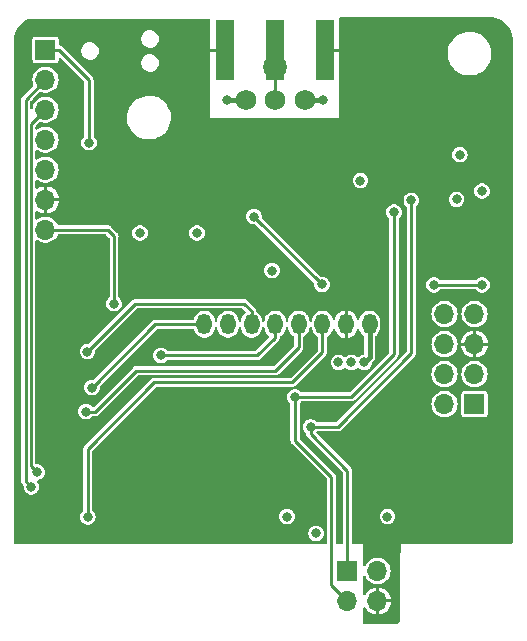
<source format=gbl>
G04 #@! TF.GenerationSoftware,KiCad,Pcbnew,(7.0.0-0)*
G04 #@! TF.CreationDate,2023-06-06T22:29:37+02:00*
G04 #@! TF.ProjectId,ithowifi_4l,6974686f-7769-4666-995f-346c2e6b6963,rev?*
G04 #@! TF.SameCoordinates,Original*
G04 #@! TF.FileFunction,Copper,L4,Bot*
G04 #@! TF.FilePolarity,Positive*
%FSLAX46Y46*%
G04 Gerber Fmt 4.6, Leading zero omitted, Abs format (unit mm)*
G04 Created by KiCad (PCBNEW (7.0.0-0)) date 2023-06-06 22:29:37*
%MOMM*%
%LPD*%
G01*
G04 APERTURE LIST*
G04 #@! TA.AperFunction,ComponentPad*
%ADD10R,1.700000X1.700000*%
G04 #@! TD*
G04 #@! TA.AperFunction,ComponentPad*
%ADD11O,1.700000X1.700000*%
G04 #@! TD*
G04 #@! TA.AperFunction,ComponentPad*
%ADD12C,2.000000*%
G04 #@! TD*
G04 #@! TA.AperFunction,SMDPad,CuDef*
%ADD13R,1.500000X5.080000*%
G04 #@! TD*
G04 #@! TA.AperFunction,SMDPad,CuDef*
%ADD14O,1.300000X1.750000*%
G04 #@! TD*
G04 #@! TA.AperFunction,SMDPad,CuDef*
%ADD15C,1.750000*%
G04 #@! TD*
G04 #@! TA.AperFunction,ViaPad*
%ADD16C,0.800000*%
G04 #@! TD*
G04 #@! TA.AperFunction,Conductor*
%ADD17C,0.406400*%
G04 #@! TD*
G04 #@! TA.AperFunction,Conductor*
%ADD18C,0.250000*%
G04 #@! TD*
G04 #@! TA.AperFunction,Conductor*
%ADD19C,0.254000*%
G04 #@! TD*
G04 #@! TA.AperFunction,Conductor*
%ADD20C,0.293370*%
G04 #@! TD*
G04 APERTURE END LIST*
D10*
X85724999Y-107797599D03*
D11*
X85724999Y-110337599D03*
X85724999Y-112877599D03*
X85724999Y-115417599D03*
X85724999Y-117957599D03*
X85724999Y-120497599D03*
X85724999Y-123037599D03*
D10*
X111291999Y-151927999D03*
D11*
X113831999Y-151927999D03*
X111291999Y-154467999D03*
X113831999Y-154467999D03*
D12*
X105182180Y-109251460D03*
D10*
X122046999Y-137794999D03*
D11*
X119506999Y-137794999D03*
X122046999Y-135254999D03*
X119506999Y-135254999D03*
X122046999Y-132714999D03*
X119506999Y-132714999D03*
X122046999Y-130174999D03*
X119506999Y-130174999D03*
D13*
X105181399Y-107848399D03*
X100931399Y-107848399D03*
X109431399Y-107848399D03*
D14*
X113171999Y-131038999D03*
X111171999Y-131038999D03*
X109171999Y-131038999D03*
X107171999Y-131038999D03*
X105171999Y-131038999D03*
X103171999Y-131038999D03*
X101171999Y-131038999D03*
X99171999Y-131038999D03*
D15*
X102672000Y-112039000D03*
X105172000Y-112039000D03*
X107672000Y-112039000D03*
D16*
X109220000Y-112014000D03*
X99187000Y-107442000D03*
X99187000Y-105918000D03*
X101092000Y-112014000D03*
X99187000Y-110871000D03*
X99187000Y-112522000D03*
X99187000Y-109093000D03*
X111125000Y-110871000D03*
X111125000Y-114173000D03*
X111125000Y-112522000D03*
X105918000Y-114173000D03*
X109220000Y-114173000D03*
X102489000Y-114173000D03*
X104140000Y-114173000D03*
X100965000Y-114173000D03*
X107569000Y-114173000D03*
X99187000Y-114173000D03*
X102432000Y-138568000D03*
X111632000Y-124053600D03*
X112732000Y-124053600D03*
X110532000Y-124053600D03*
X86741000Y-128270000D03*
X111125000Y-105918000D03*
X111125000Y-107442000D03*
X111125000Y-109093000D03*
X101727000Y-132715000D03*
X113792000Y-143764000D03*
X96647000Y-139750800D03*
X106172000Y-148590000D03*
X89154000Y-148590000D03*
X96647000Y-142798800D03*
X98171000Y-142798800D03*
X114681000Y-144780000D03*
X113792000Y-145796000D03*
X95148400Y-142798800D03*
X96647000Y-141274800D03*
X95148400Y-141274800D03*
X95148400Y-139750800D03*
X98171000Y-139750800D03*
X98171000Y-141274800D03*
X122682000Y-127698500D03*
X118618000Y-127698500D03*
X106172000Y-147320000D03*
X111632000Y-134268000D03*
X112732000Y-134268000D03*
X110532000Y-134268000D03*
X122682000Y-119761000D03*
X108631500Y-148751000D03*
X112395000Y-118872000D03*
X98552000Y-123317000D03*
X93726000Y-123317000D03*
X104902000Y-126492000D03*
X114681000Y-147320000D03*
X120813090Y-116686900D03*
X120532000Y-120468000D03*
X89407998Y-115671600D03*
X89309400Y-147345400D03*
X95504000Y-133668000D03*
X89154000Y-138430000D03*
X89662000Y-136397998D03*
X89281000Y-133350000D03*
X85039200Y-143560804D03*
X84531209Y-144805391D03*
X106849400Y-137185400D03*
X115232000Y-121538998D03*
X108174600Y-139725400D03*
X116697000Y-120539000D03*
X103378008Y-121920000D03*
X109132000Y-127668006D03*
X91524600Y-129294600D03*
D17*
X101117000Y-112039000D02*
X101092000Y-112014000D01*
D18*
X109431400Y-107848400D02*
X110718600Y-107848400D01*
X100931400Y-107848400D02*
X99593400Y-107848400D01*
X110718600Y-107848400D02*
X111125000Y-107442000D01*
D17*
X107672000Y-112039000D02*
X109195000Y-112039000D01*
D18*
X99593400Y-107848400D02*
X99187000Y-107442000D01*
D17*
X102672000Y-112039000D02*
X101117000Y-112039000D01*
X109195000Y-112039000D02*
X109220000Y-112014000D01*
D19*
X122682000Y-127698500D02*
X118618000Y-127698500D01*
D17*
X113172000Y-131039000D02*
X113172000Y-133828000D01*
X113172000Y-133828000D02*
X112732000Y-134268000D01*
D19*
X86829000Y-107797600D02*
X89407998Y-110376598D01*
X89407998Y-110376598D02*
X89407998Y-115671600D01*
X85725000Y-107797600D02*
X86829000Y-107797600D01*
X109172000Y-131039000D02*
X109172000Y-133398000D01*
X94918000Y-135968000D02*
X89309400Y-141576600D01*
X106602000Y-135968000D02*
X94918000Y-135968000D01*
X109172000Y-133398000D02*
X106602000Y-135968000D01*
X89309400Y-141576600D02*
X89309400Y-147345400D01*
X105172000Y-132168000D02*
X103672000Y-133668000D01*
X105172000Y-131039000D02*
X105172000Y-132168000D01*
X103672000Y-133668000D02*
X95504000Y-133668000D01*
X107172000Y-131039000D02*
X107172000Y-132985000D01*
X93378000Y-134968000D02*
X89916000Y-138430000D01*
X107172000Y-132985000D02*
X105189000Y-134968000D01*
X105189000Y-134968000D02*
X93378000Y-134968000D01*
X89916000Y-138430000D02*
X89154000Y-138430000D01*
X99172000Y-131039000D02*
X95020998Y-131039000D01*
X95020998Y-131039000D02*
X89662000Y-136397998D01*
X103172000Y-131039000D02*
X103172000Y-129932500D01*
X102525500Y-129286000D02*
X93345000Y-129286000D01*
X103172000Y-129932500D02*
X102525500Y-129286000D01*
X93345000Y-129286000D02*
X89281000Y-133350000D01*
D18*
X84498611Y-114103989D02*
X84498611Y-143020215D01*
X85725000Y-112877600D02*
X84498611Y-114103989D01*
X85039200Y-143560804D02*
X84498611Y-143020215D01*
X85725000Y-110337600D02*
X84048600Y-112014000D01*
X84048600Y-144322782D02*
X84531209Y-144805391D01*
X84048600Y-112014000D02*
X84048600Y-144322782D01*
D19*
X109932000Y-153108000D02*
X109932000Y-143968000D01*
X106849400Y-137185400D02*
X111614600Y-137185400D01*
X111614600Y-137185400D02*
X115232000Y-133568000D01*
X109932000Y-143968000D02*
X106849400Y-140885400D01*
X106849400Y-140885400D02*
X106849400Y-137185400D01*
X115232000Y-133568000D02*
X115232000Y-121538998D01*
X111292000Y-154468000D02*
X109932000Y-153108000D01*
X111292000Y-143428000D02*
X108174600Y-140310600D01*
X108174600Y-140310600D02*
X108174600Y-139725400D01*
X116697000Y-133503000D02*
X110474600Y-139725400D01*
X116697000Y-120539000D02*
X116697000Y-133503000D01*
X110474600Y-139725400D02*
X108174600Y-139725400D01*
X111292000Y-151928000D02*
X111292000Y-143428000D01*
X109132000Y-127668006D02*
X103383994Y-121920000D01*
X103383994Y-121920000D02*
X103378008Y-121920000D01*
D18*
X91524600Y-123579600D02*
X91524600Y-129294600D01*
X90982600Y-123037600D02*
X91524600Y-123579600D01*
X85725000Y-123037600D02*
X90982600Y-123037600D01*
D20*
X105172000Y-107857800D02*
X105181400Y-107848400D01*
X105172000Y-112039000D02*
X105172000Y-107857800D01*
G04 #@! TA.AperFunction,Conductor*
G36*
X123495480Y-105029215D02*
G01*
X123506421Y-105029932D01*
X123579894Y-105034747D01*
X123592918Y-105036462D01*
X123830109Y-105083643D01*
X123842804Y-105087044D01*
X124061662Y-105161337D01*
X124071793Y-105164776D01*
X124083950Y-105169811D01*
X124300835Y-105276766D01*
X124312231Y-105283346D01*
X124513301Y-105417697D01*
X124523735Y-105425703D01*
X124701324Y-105581444D01*
X124705547Y-105585147D01*
X124714852Y-105594452D01*
X124874294Y-105776262D01*
X124882302Y-105786698D01*
X125016653Y-105987768D01*
X125023233Y-105999164D01*
X125130188Y-106216049D01*
X125135223Y-106228206D01*
X125212952Y-106457187D01*
X125216358Y-106469898D01*
X125263535Y-106707069D01*
X125265253Y-106720116D01*
X125281285Y-106964720D01*
X125281500Y-106971299D01*
X125281500Y-149461409D01*
X125280639Y-149474540D01*
X125267912Y-149571207D01*
X125261119Y-149596564D01*
X125257258Y-149605888D01*
X125220207Y-149651043D01*
X125164312Y-149668000D01*
X115832000Y-149668000D01*
X115832000Y-149681244D01*
X115832000Y-150214527D01*
X115822038Y-150258175D01*
X115811556Y-150279940D01*
X115811554Y-150279945D01*
X115809105Y-150285031D01*
X115807849Y-150290529D01*
X115807847Y-150290538D01*
X115782757Y-150400465D01*
X115781500Y-150405974D01*
X115781500Y-150411626D01*
X115781500Y-155961409D01*
X115780639Y-155974540D01*
X115767912Y-156071207D01*
X115761115Y-156096574D01*
X115726347Y-156180512D01*
X115713216Y-156203256D01*
X115657906Y-156275337D01*
X115639337Y-156293906D01*
X115567256Y-156349216D01*
X115544512Y-156362347D01*
X115460574Y-156397115D01*
X115435207Y-156403912D01*
X115338540Y-156416639D01*
X115325409Y-156417500D01*
X112732600Y-156417500D01*
X112682300Y-156404022D01*
X112645478Y-156367200D01*
X112632000Y-156316900D01*
X112632000Y-155076556D01*
X112646104Y-155025186D01*
X112684462Y-154988221D01*
X112736317Y-154976025D01*
X112787131Y-154992017D01*
X112822654Y-155031715D01*
X112843895Y-155074373D01*
X112848762Y-155082235D01*
X112972136Y-155245608D01*
X112978372Y-155252449D01*
X113129657Y-155390363D01*
X113137051Y-155395947D01*
X113311103Y-155503715D01*
X113319389Y-155507841D01*
X113510283Y-155581794D01*
X113519192Y-155584328D01*
X113690428Y-155616339D01*
X113701723Y-155615116D01*
X113705000Y-155604239D01*
X113959000Y-155604239D01*
X113962276Y-155615116D01*
X113973571Y-155616339D01*
X114144807Y-155584328D01*
X114153716Y-155581794D01*
X114344610Y-155507841D01*
X114352896Y-155503715D01*
X114526948Y-155395947D01*
X114534342Y-155390363D01*
X114685627Y-155252449D01*
X114691863Y-155245608D01*
X114815237Y-155082235D01*
X114820110Y-155074364D01*
X114911359Y-154891111D01*
X114914703Y-154882480D01*
X114970728Y-154685572D01*
X114972428Y-154676475D01*
X114978684Y-154608971D01*
X114976641Y-154598043D01*
X114965945Y-154595000D01*
X113972244Y-154595000D01*
X113961798Y-154597798D01*
X113959000Y-154608244D01*
X113959000Y-155604239D01*
X113705000Y-155604239D01*
X113705000Y-154327756D01*
X113959000Y-154327756D01*
X113961798Y-154338201D01*
X113972244Y-154341000D01*
X114965945Y-154341000D01*
X114976641Y-154337956D01*
X114978684Y-154327028D01*
X114972428Y-154259524D01*
X114970728Y-154250427D01*
X114914703Y-154053519D01*
X114911359Y-154044888D01*
X114820110Y-153861635D01*
X114815237Y-153853764D01*
X114691863Y-153690391D01*
X114685627Y-153683550D01*
X114534342Y-153545636D01*
X114526948Y-153540052D01*
X114352896Y-153432284D01*
X114344610Y-153428158D01*
X114153716Y-153354205D01*
X114144807Y-153351671D01*
X113973571Y-153319660D01*
X113962276Y-153320883D01*
X113959000Y-153331761D01*
X113959000Y-154327756D01*
X113705000Y-154327756D01*
X113705000Y-153331761D01*
X113701723Y-153320883D01*
X113690428Y-153319660D01*
X113519192Y-153351671D01*
X113510283Y-153354205D01*
X113319389Y-153428158D01*
X113311103Y-153432284D01*
X113137051Y-153540052D01*
X113129657Y-153545636D01*
X112978372Y-153683550D01*
X112972136Y-153690391D01*
X112848762Y-153853764D01*
X112843895Y-153861626D01*
X112822654Y-153904285D01*
X112787131Y-153943983D01*
X112736317Y-153959975D01*
X112684462Y-153947779D01*
X112646104Y-153910814D01*
X112632000Y-153859444D01*
X112632000Y-152423710D01*
X112646104Y-152372341D01*
X112684462Y-152335375D01*
X112736317Y-152323179D01*
X112787131Y-152339171D01*
X112822653Y-152378869D01*
X112886838Y-152507771D01*
X112886840Y-152507775D01*
X112888912Y-152511935D01*
X113012268Y-152675285D01*
X113015699Y-152678413D01*
X113015703Y-152678417D01*
X113152438Y-152803067D01*
X113163538Y-152813186D01*
X113337573Y-152920944D01*
X113442219Y-152961484D01*
X113524112Y-152993210D01*
X113524114Y-152993210D01*
X113528444Y-152994888D01*
X113729653Y-153032500D01*
X113929693Y-153032500D01*
X113934347Y-153032500D01*
X114135556Y-152994888D01*
X114326427Y-152920944D01*
X114500462Y-152813186D01*
X114651732Y-152675285D01*
X114775088Y-152511935D01*
X114866328Y-152328701D01*
X114922345Y-152131821D01*
X114941232Y-151928000D01*
X114922345Y-151724179D01*
X114866328Y-151527299D01*
X114775088Y-151344065D01*
X114651732Y-151180715D01*
X114648299Y-151177585D01*
X114648296Y-151177582D01*
X114503900Y-151045948D01*
X114503899Y-151045947D01*
X114500462Y-151042814D01*
X114496510Y-151040367D01*
X114496506Y-151040364D01*
X114330379Y-150937503D01*
X114326427Y-150935056D01*
X114321093Y-150932989D01*
X114139887Y-150862789D01*
X114139878Y-150862786D01*
X114135556Y-150861112D01*
X114075495Y-150849884D01*
X113938922Y-150824355D01*
X113938919Y-150824354D01*
X113934347Y-150823500D01*
X113729653Y-150823500D01*
X113725081Y-150824354D01*
X113725077Y-150824355D01*
X113533012Y-150860258D01*
X113533010Y-150860258D01*
X113528444Y-150861112D01*
X113524123Y-150862785D01*
X113524112Y-150862789D01*
X113341906Y-150933377D01*
X113341902Y-150933378D01*
X113337573Y-150935056D01*
X113333624Y-150937500D01*
X113333620Y-150937503D01*
X113167493Y-151040364D01*
X113167484Y-151040370D01*
X113163538Y-151042814D01*
X113160105Y-151045942D01*
X113160099Y-151045948D01*
X113015703Y-151177582D01*
X113015694Y-151177591D01*
X113012268Y-151180715D01*
X113009471Y-151184417D01*
X113009467Y-151184423D01*
X112891711Y-151340357D01*
X112891705Y-151340365D01*
X112888912Y-151344065D01*
X112886843Y-151348219D01*
X112886838Y-151348228D01*
X112822653Y-151477131D01*
X112787131Y-151516829D01*
X112736317Y-151532821D01*
X112684462Y-151520625D01*
X112646104Y-151483659D01*
X112632000Y-151432290D01*
X112632000Y-149681244D01*
X112632000Y-149668000D01*
X112618756Y-149668000D01*
X111774100Y-149668000D01*
X111723800Y-149654522D01*
X111686978Y-149617700D01*
X111673500Y-149567400D01*
X111673500Y-147320000D01*
X114021693Y-147320000D01*
X114022426Y-147326037D01*
X114040117Y-147471743D01*
X114040118Y-147471748D01*
X114040851Y-147477782D01*
X114043005Y-147483462D01*
X114043007Y-147483469D01*
X114095055Y-147620707D01*
X114095057Y-147620712D01*
X114097213Y-147626395D01*
X114100668Y-147631401D01*
X114100670Y-147631404D01*
X114184044Y-147752192D01*
X114184046Y-147752194D01*
X114187502Y-147757201D01*
X114306471Y-147862599D01*
X114447207Y-147936463D01*
X114601529Y-147974500D01*
X114754383Y-147974500D01*
X114760471Y-147974500D01*
X114914793Y-147936463D01*
X115055529Y-147862599D01*
X115174498Y-147757201D01*
X115264787Y-147626395D01*
X115321149Y-147477782D01*
X115340307Y-147320000D01*
X115321149Y-147162218D01*
X115264787Y-147013605D01*
X115195487Y-146913207D01*
X115177955Y-146887807D01*
X115177953Y-146887805D01*
X115174498Y-146882799D01*
X115055529Y-146777401D01*
X115050141Y-146774573D01*
X115050138Y-146774571D01*
X114920178Y-146706363D01*
X114920176Y-146706362D01*
X114914793Y-146703537D01*
X114908892Y-146702082D01*
X114908888Y-146702081D01*
X114766380Y-146666956D01*
X114766376Y-146666955D01*
X114760471Y-146665500D01*
X114601529Y-146665500D01*
X114595624Y-146666955D01*
X114595619Y-146666956D01*
X114453111Y-146702081D01*
X114453105Y-146702083D01*
X114447207Y-146703537D01*
X114441826Y-146706360D01*
X114441821Y-146706363D01*
X114311861Y-146774571D01*
X114311854Y-146774575D01*
X114306471Y-146777401D01*
X114301918Y-146781434D01*
X114301913Y-146781438D01*
X114192057Y-146878763D01*
X114192054Y-146878765D01*
X114187502Y-146882799D01*
X114184049Y-146887800D01*
X114184044Y-146887807D01*
X114100670Y-147008595D01*
X114100666Y-147008602D01*
X114097213Y-147013605D01*
X114095059Y-147019283D01*
X114095055Y-147019292D01*
X114043007Y-147156530D01*
X114043004Y-147156538D01*
X114040851Y-147162218D01*
X114040118Y-147168249D01*
X114040117Y-147168256D01*
X114022426Y-147313963D01*
X114021693Y-147320000D01*
X111673500Y-147320000D01*
X111673500Y-143478000D01*
X111675641Y-143457354D01*
X111678445Y-143443983D01*
X111674273Y-143410512D01*
X111673911Y-143404689D01*
X111673844Y-143404695D01*
X111673500Y-143400545D01*
X111673500Y-143396389D01*
X111669939Y-143375051D01*
X111669340Y-143370934D01*
X111663728Y-143325916D01*
X111663727Y-143325914D01*
X111662696Y-143317639D01*
X111659147Y-143310380D01*
X111657818Y-143302414D01*
X111653849Y-143295080D01*
X111653848Y-143295077D01*
X111632257Y-143255181D01*
X111630370Y-143251517D01*
X111606776Y-143203254D01*
X111601065Y-143197543D01*
X111597220Y-143190438D01*
X111557703Y-143154060D01*
X111554703Y-143151181D01*
X108685738Y-140282216D01*
X108661450Y-140242937D01*
X108657271Y-140196944D01*
X108674083Y-140153930D01*
X108676555Y-140150349D01*
X108712596Y-140118422D01*
X108759345Y-140106900D01*
X110424600Y-140106900D01*
X110445243Y-140109040D01*
X110458617Y-140111845D01*
X110492085Y-140107673D01*
X110497910Y-140107311D01*
X110497905Y-140107244D01*
X110502054Y-140106900D01*
X110506211Y-140106900D01*
X110527577Y-140103334D01*
X110531636Y-140102742D01*
X110584960Y-140096096D01*
X110592218Y-140092547D01*
X110600186Y-140091218D01*
X110647436Y-140065646D01*
X110651092Y-140063765D01*
X110699346Y-140040176D01*
X110705056Y-140034465D01*
X110712162Y-140030620D01*
X110748562Y-139991077D01*
X110751395Y-139988125D01*
X112944520Y-137795000D01*
X118397768Y-137795000D01*
X118416655Y-137998821D01*
X118417925Y-138003286D01*
X118417926Y-138003289D01*
X118450733Y-138118595D01*
X118472672Y-138195701D01*
X118474742Y-138199859D01*
X118474744Y-138199863D01*
X118561838Y-138374771D01*
X118561840Y-138374775D01*
X118563912Y-138378935D01*
X118566709Y-138382639D01*
X118566711Y-138382642D01*
X118602474Y-138430000D01*
X118687268Y-138542285D01*
X118690699Y-138545413D01*
X118690703Y-138545417D01*
X118743414Y-138593469D01*
X118838538Y-138680186D01*
X119012573Y-138787944D01*
X119149673Y-138841057D01*
X119199112Y-138860210D01*
X119199114Y-138860210D01*
X119203444Y-138861888D01*
X119404653Y-138899500D01*
X119604693Y-138899500D01*
X119609347Y-138899500D01*
X119810556Y-138861888D01*
X120001427Y-138787944D01*
X120175462Y-138680186D01*
X120191970Y-138665137D01*
X120942500Y-138665137D01*
X120942501Y-138670066D01*
X120943463Y-138674904D01*
X120943464Y-138674911D01*
X120947003Y-138692701D01*
X120957266Y-138744301D01*
X120973950Y-138769270D01*
X121002167Y-138811500D01*
X121013516Y-138828484D01*
X121021752Y-138833987D01*
X121064784Y-138862741D01*
X121097699Y-138884734D01*
X121171933Y-138899500D01*
X122922066Y-138899499D01*
X122996301Y-138884734D01*
X123080484Y-138828484D01*
X123136734Y-138744301D01*
X123151500Y-138670067D01*
X123151499Y-136919934D01*
X123136734Y-136845699D01*
X123080484Y-136761516D01*
X123072247Y-136756012D01*
X123004539Y-136710770D01*
X123004536Y-136710769D01*
X122996301Y-136705266D01*
X122986585Y-136703333D01*
X122986582Y-136703332D01*
X122926918Y-136691465D01*
X122922067Y-136690500D01*
X122917120Y-136690500D01*
X121176872Y-136690500D01*
X121176861Y-136690500D01*
X121171934Y-136690501D01*
X121167096Y-136691463D01*
X121167088Y-136691464D01*
X121107416Y-136703333D01*
X121107414Y-136703333D01*
X121097699Y-136705266D01*
X121089463Y-136710768D01*
X121089463Y-136710769D01*
X121021752Y-136756012D01*
X121021749Y-136756014D01*
X121013516Y-136761516D01*
X121008014Y-136769749D01*
X121008012Y-136769752D01*
X120962770Y-136837460D01*
X120962769Y-136837463D01*
X120957266Y-136845699D01*
X120955333Y-136855412D01*
X120955332Y-136855417D01*
X120945000Y-136907364D01*
X120942500Y-136919933D01*
X120942500Y-136924878D01*
X120942500Y-136924879D01*
X120942500Y-138665127D01*
X120942500Y-138665137D01*
X120191970Y-138665137D01*
X120326732Y-138542285D01*
X120450088Y-138378935D01*
X120541328Y-138195701D01*
X120597345Y-137998821D01*
X120616232Y-137795000D01*
X120597345Y-137591179D01*
X120541328Y-137394299D01*
X120450088Y-137211065D01*
X120326732Y-137047715D01*
X120323299Y-137044585D01*
X120323296Y-137044582D01*
X120178900Y-136912948D01*
X120178899Y-136912947D01*
X120175462Y-136909814D01*
X120171510Y-136907367D01*
X120171506Y-136907364D01*
X120005379Y-136804503D01*
X120001427Y-136802056D01*
X119976443Y-136792377D01*
X119814887Y-136729789D01*
X119814878Y-136729786D01*
X119810556Y-136728112D01*
X119750495Y-136716884D01*
X119613922Y-136691355D01*
X119613919Y-136691354D01*
X119609347Y-136690500D01*
X119404653Y-136690500D01*
X119400081Y-136691354D01*
X119400077Y-136691355D01*
X119208012Y-136727258D01*
X119208010Y-136727258D01*
X119203444Y-136728112D01*
X119199123Y-136729785D01*
X119199112Y-136729789D01*
X119016906Y-136800377D01*
X119016902Y-136800378D01*
X119012573Y-136802056D01*
X119008624Y-136804500D01*
X119008620Y-136804503D01*
X118842493Y-136907364D01*
X118842484Y-136907370D01*
X118838538Y-136909814D01*
X118835105Y-136912942D01*
X118835099Y-136912948D01*
X118690703Y-137044582D01*
X118690694Y-137044591D01*
X118687268Y-137047715D01*
X118684471Y-137051417D01*
X118684467Y-137051423D01*
X118566711Y-137207357D01*
X118566705Y-137207365D01*
X118563912Y-137211065D01*
X118561843Y-137215219D01*
X118561838Y-137215228D01*
X118474744Y-137390136D01*
X118474740Y-137390144D01*
X118472672Y-137394299D01*
X118471402Y-137398759D01*
X118471400Y-137398767D01*
X118417926Y-137586710D01*
X118417924Y-137586715D01*
X118416655Y-137591179D01*
X118416226Y-137595801D01*
X118416226Y-137595805D01*
X118414207Y-137617592D01*
X118397768Y-137795000D01*
X112944520Y-137795000D01*
X115484520Y-135255000D01*
X118397768Y-135255000D01*
X118398197Y-135259630D01*
X118404992Y-135332964D01*
X118416655Y-135458821D01*
X118417925Y-135463286D01*
X118417926Y-135463289D01*
X118464997Y-135628729D01*
X118472672Y-135655701D01*
X118474742Y-135659859D01*
X118474744Y-135659863D01*
X118561838Y-135834771D01*
X118561840Y-135834775D01*
X118563912Y-135838935D01*
X118566709Y-135842639D01*
X118566711Y-135842642D01*
X118684467Y-135998576D01*
X118687268Y-136002285D01*
X118690699Y-136005413D01*
X118690703Y-136005417D01*
X118779749Y-136086593D01*
X118838538Y-136140186D01*
X119012573Y-136247944D01*
X119102485Y-136282776D01*
X119199112Y-136320210D01*
X119199114Y-136320210D01*
X119203444Y-136321888D01*
X119404653Y-136359500D01*
X119604693Y-136359500D01*
X119609347Y-136359500D01*
X119810556Y-136321888D01*
X120001427Y-136247944D01*
X120175462Y-136140186D01*
X120326732Y-136002285D01*
X120450088Y-135838935D01*
X120541328Y-135655701D01*
X120597345Y-135458821D01*
X120616232Y-135255000D01*
X120937768Y-135255000D01*
X120938197Y-135259630D01*
X120944992Y-135332964D01*
X120956655Y-135458821D01*
X120957925Y-135463286D01*
X120957926Y-135463289D01*
X121004997Y-135628729D01*
X121012672Y-135655701D01*
X121014742Y-135659859D01*
X121014744Y-135659863D01*
X121101838Y-135834771D01*
X121101840Y-135834775D01*
X121103912Y-135838935D01*
X121106709Y-135842639D01*
X121106711Y-135842642D01*
X121224467Y-135998576D01*
X121227268Y-136002285D01*
X121230699Y-136005413D01*
X121230703Y-136005417D01*
X121319749Y-136086593D01*
X121378538Y-136140186D01*
X121552573Y-136247944D01*
X121642485Y-136282776D01*
X121739112Y-136320210D01*
X121739114Y-136320210D01*
X121743444Y-136321888D01*
X121944653Y-136359500D01*
X122144693Y-136359500D01*
X122149347Y-136359500D01*
X122350556Y-136321888D01*
X122541427Y-136247944D01*
X122715462Y-136140186D01*
X122866732Y-136002285D01*
X122990088Y-135838935D01*
X123081328Y-135655701D01*
X123137345Y-135458821D01*
X123156232Y-135255000D01*
X123137345Y-135051179D01*
X123081328Y-134854299D01*
X122990088Y-134671065D01*
X122983831Y-134662780D01*
X122869532Y-134511423D01*
X122866732Y-134507715D01*
X122863299Y-134504585D01*
X122863296Y-134504582D01*
X122718900Y-134372948D01*
X122718899Y-134372947D01*
X122715462Y-134369814D01*
X122711510Y-134367367D01*
X122711506Y-134367364D01*
X122545379Y-134264503D01*
X122541427Y-134262056D01*
X122528022Y-134256863D01*
X122354887Y-134189789D01*
X122354878Y-134189786D01*
X122350556Y-134188112D01*
X122233855Y-134166297D01*
X122153922Y-134151355D01*
X122153919Y-134151354D01*
X122149347Y-134150500D01*
X121944653Y-134150500D01*
X121940081Y-134151354D01*
X121940077Y-134151355D01*
X121748012Y-134187258D01*
X121748010Y-134187258D01*
X121743444Y-134188112D01*
X121739123Y-134189785D01*
X121739112Y-134189789D01*
X121556906Y-134260377D01*
X121556902Y-134260378D01*
X121552573Y-134262056D01*
X121548624Y-134264500D01*
X121548620Y-134264503D01*
X121382493Y-134367364D01*
X121382484Y-134367370D01*
X121378538Y-134369814D01*
X121375105Y-134372942D01*
X121375099Y-134372948D01*
X121230703Y-134504582D01*
X121230694Y-134504591D01*
X121227268Y-134507715D01*
X121224471Y-134511417D01*
X121224467Y-134511423D01*
X121106711Y-134667357D01*
X121106705Y-134667365D01*
X121103912Y-134671065D01*
X121101843Y-134675219D01*
X121101838Y-134675228D01*
X121014744Y-134850136D01*
X121014740Y-134850144D01*
X121012672Y-134854299D01*
X121011402Y-134858759D01*
X121011400Y-134858767D01*
X120957926Y-135046710D01*
X120957924Y-135046715D01*
X120956655Y-135051179D01*
X120937768Y-135255000D01*
X120616232Y-135255000D01*
X120597345Y-135051179D01*
X120541328Y-134854299D01*
X120450088Y-134671065D01*
X120443831Y-134662780D01*
X120329532Y-134511423D01*
X120326732Y-134507715D01*
X120323299Y-134504585D01*
X120323296Y-134504582D01*
X120178900Y-134372948D01*
X120178899Y-134372947D01*
X120175462Y-134369814D01*
X120171510Y-134367367D01*
X120171506Y-134367364D01*
X120005379Y-134264503D01*
X120001427Y-134262056D01*
X119988022Y-134256863D01*
X119814887Y-134189789D01*
X119814878Y-134189786D01*
X119810556Y-134188112D01*
X119693855Y-134166297D01*
X119613922Y-134151355D01*
X119613919Y-134151354D01*
X119609347Y-134150500D01*
X119404653Y-134150500D01*
X119400081Y-134151354D01*
X119400077Y-134151355D01*
X119208012Y-134187258D01*
X119208010Y-134187258D01*
X119203444Y-134188112D01*
X119199123Y-134189785D01*
X119199112Y-134189789D01*
X119016906Y-134260377D01*
X119016902Y-134260378D01*
X119012573Y-134262056D01*
X119008624Y-134264500D01*
X119008620Y-134264503D01*
X118842493Y-134367364D01*
X118842484Y-134367370D01*
X118838538Y-134369814D01*
X118835105Y-134372942D01*
X118835099Y-134372948D01*
X118690703Y-134504582D01*
X118690694Y-134504591D01*
X118687268Y-134507715D01*
X118684471Y-134511417D01*
X118684467Y-134511423D01*
X118566711Y-134667357D01*
X118566705Y-134667365D01*
X118563912Y-134671065D01*
X118561843Y-134675219D01*
X118561838Y-134675228D01*
X118474744Y-134850136D01*
X118474740Y-134850144D01*
X118472672Y-134854299D01*
X118471402Y-134858759D01*
X118471400Y-134858767D01*
X118417926Y-135046710D01*
X118417924Y-135046715D01*
X118416655Y-135051179D01*
X118397768Y-135255000D01*
X115484520Y-135255000D01*
X116931407Y-133808113D01*
X116947517Y-133795032D01*
X116958956Y-133787560D01*
X116979678Y-133760934D01*
X116983530Y-133756573D01*
X116983478Y-133756529D01*
X116986163Y-133753358D01*
X116989113Y-133750409D01*
X117001712Y-133732760D01*
X117004150Y-133729492D01*
X117037158Y-133687085D01*
X117039781Y-133679444D01*
X117044475Y-133672870D01*
X117059795Y-133621408D01*
X117061062Y-133617453D01*
X117070945Y-133588665D01*
X117078500Y-133566661D01*
X117078500Y-133558584D01*
X117080805Y-133550842D01*
X117078586Y-133497195D01*
X117078500Y-133493037D01*
X117078500Y-132715000D01*
X118397768Y-132715000D01*
X118398197Y-132719630D01*
X118410763Y-132855244D01*
X118416655Y-132918821D01*
X118417925Y-132923286D01*
X118417926Y-132923289D01*
X118468608Y-133101420D01*
X118472672Y-133115701D01*
X118474742Y-133119859D01*
X118474744Y-133119863D01*
X118561838Y-133294771D01*
X118561840Y-133294775D01*
X118563912Y-133298935D01*
X118566709Y-133302639D01*
X118566711Y-133302642D01*
X118683660Y-133457507D01*
X118687268Y-133462285D01*
X118690699Y-133465413D01*
X118690703Y-133465417D01*
X118749986Y-133519460D01*
X118838538Y-133600186D01*
X118842491Y-133602634D01*
X118842493Y-133602635D01*
X118865915Y-133617137D01*
X119012573Y-133707944D01*
X119126514Y-133752085D01*
X119199112Y-133780210D01*
X119199114Y-133780210D01*
X119203444Y-133781888D01*
X119404653Y-133819500D01*
X119604693Y-133819500D01*
X119609347Y-133819500D01*
X119810556Y-133781888D01*
X120001427Y-133707944D01*
X120175462Y-133600186D01*
X120326732Y-133462285D01*
X120450088Y-133298935D01*
X120541328Y-133115701D01*
X120597345Y-132918821D01*
X120603169Y-132855971D01*
X120900315Y-132855971D01*
X120906571Y-132923475D01*
X120908271Y-132932572D01*
X120964296Y-133129480D01*
X120967640Y-133138111D01*
X121058889Y-133321364D01*
X121063762Y-133329235D01*
X121187136Y-133492608D01*
X121193372Y-133499449D01*
X121344657Y-133637363D01*
X121352051Y-133642947D01*
X121526103Y-133750715D01*
X121534389Y-133754841D01*
X121725283Y-133828794D01*
X121734192Y-133831328D01*
X121905428Y-133863339D01*
X121916723Y-133862116D01*
X121920000Y-133851239D01*
X122174000Y-133851239D01*
X122177276Y-133862116D01*
X122188571Y-133863339D01*
X122359807Y-133831328D01*
X122368716Y-133828794D01*
X122559610Y-133754841D01*
X122567896Y-133750715D01*
X122741948Y-133642947D01*
X122749342Y-133637363D01*
X122900627Y-133499449D01*
X122906863Y-133492608D01*
X123030237Y-133329235D01*
X123035110Y-133321364D01*
X123126359Y-133138111D01*
X123129703Y-133129480D01*
X123185728Y-132932572D01*
X123187428Y-132923475D01*
X123193684Y-132855971D01*
X123191641Y-132845043D01*
X123180945Y-132842000D01*
X122187244Y-132842000D01*
X122176798Y-132844798D01*
X122174000Y-132855244D01*
X122174000Y-133851239D01*
X121920000Y-133851239D01*
X121920000Y-132855244D01*
X121917201Y-132844798D01*
X121906756Y-132842000D01*
X120913055Y-132842000D01*
X120902358Y-132845043D01*
X120900315Y-132855971D01*
X120603169Y-132855971D01*
X120616232Y-132715000D01*
X120603169Y-132574028D01*
X120900315Y-132574028D01*
X120902358Y-132584956D01*
X120913055Y-132588000D01*
X121906756Y-132588000D01*
X121917201Y-132585201D01*
X121920000Y-132574756D01*
X122174000Y-132574756D01*
X122176798Y-132585201D01*
X122187244Y-132588000D01*
X123180945Y-132588000D01*
X123191641Y-132584956D01*
X123193684Y-132574028D01*
X123187428Y-132506524D01*
X123185728Y-132497427D01*
X123129703Y-132300519D01*
X123126359Y-132291888D01*
X123035110Y-132108635D01*
X123030237Y-132100764D01*
X122906863Y-131937391D01*
X122900627Y-131930550D01*
X122749342Y-131792636D01*
X122741948Y-131787052D01*
X122567896Y-131679284D01*
X122559610Y-131675158D01*
X122368716Y-131601205D01*
X122359807Y-131598671D01*
X122188571Y-131566660D01*
X122177276Y-131567883D01*
X122174000Y-131578761D01*
X122174000Y-132574756D01*
X121920000Y-132574756D01*
X121920000Y-131578761D01*
X121916723Y-131567883D01*
X121905428Y-131566660D01*
X121734192Y-131598671D01*
X121725283Y-131601205D01*
X121534389Y-131675158D01*
X121526103Y-131679284D01*
X121352051Y-131787052D01*
X121344657Y-131792636D01*
X121193372Y-131930550D01*
X121187136Y-131937391D01*
X121063762Y-132100764D01*
X121058889Y-132108635D01*
X120967640Y-132291888D01*
X120964296Y-132300519D01*
X120908271Y-132497427D01*
X120906571Y-132506524D01*
X120900315Y-132574028D01*
X120603169Y-132574028D01*
X120597345Y-132511179D01*
X120541328Y-132314299D01*
X120480089Y-132191314D01*
X120452161Y-132135228D01*
X120452160Y-132135227D01*
X120450088Y-132131065D01*
X120414730Y-132084244D01*
X120329532Y-131971423D01*
X120326732Y-131967715D01*
X120323299Y-131964585D01*
X120323296Y-131964582D01*
X120178900Y-131832948D01*
X120178899Y-131832947D01*
X120175462Y-131829814D01*
X120171510Y-131827367D01*
X120171506Y-131827364D01*
X120005379Y-131724503D01*
X120001427Y-131722056D01*
X119996093Y-131719989D01*
X119814887Y-131649789D01*
X119814878Y-131649786D01*
X119810556Y-131648112D01*
X119734635Y-131633920D01*
X119613922Y-131611355D01*
X119613919Y-131611354D01*
X119609347Y-131610500D01*
X119404653Y-131610500D01*
X119400081Y-131611354D01*
X119400077Y-131611355D01*
X119208012Y-131647258D01*
X119208010Y-131647258D01*
X119203444Y-131648112D01*
X119199123Y-131649785D01*
X119199112Y-131649789D01*
X119016906Y-131720377D01*
X119016902Y-131720378D01*
X119012573Y-131722056D01*
X119008624Y-131724500D01*
X119008620Y-131724503D01*
X118842493Y-131827364D01*
X118842484Y-131827370D01*
X118838538Y-131829814D01*
X118835105Y-131832942D01*
X118835099Y-131832948D01*
X118690703Y-131964582D01*
X118690694Y-131964591D01*
X118687268Y-131967715D01*
X118684471Y-131971417D01*
X118684467Y-131971423D01*
X118566711Y-132127357D01*
X118566705Y-132127365D01*
X118563912Y-132131065D01*
X118561843Y-132135219D01*
X118561838Y-132135228D01*
X118474744Y-132310136D01*
X118474740Y-132310144D01*
X118472672Y-132314299D01*
X118471402Y-132318759D01*
X118471400Y-132318767D01*
X118417926Y-132506710D01*
X118417924Y-132506715D01*
X118416655Y-132511179D01*
X118416226Y-132515801D01*
X118416226Y-132515805D01*
X118409818Y-132584956D01*
X118397768Y-132715000D01*
X117078500Y-132715000D01*
X117078500Y-130175000D01*
X118397768Y-130175000D01*
X118398197Y-130179630D01*
X118407080Y-130275497D01*
X118416655Y-130378821D01*
X118417925Y-130383286D01*
X118417926Y-130383289D01*
X118457392Y-130522000D01*
X118472672Y-130575701D01*
X118474742Y-130579859D01*
X118474744Y-130579863D01*
X118561838Y-130754771D01*
X118561840Y-130754775D01*
X118563912Y-130758935D01*
X118566709Y-130762639D01*
X118566711Y-130762642D01*
X118577499Y-130776927D01*
X118687268Y-130922285D01*
X118690699Y-130925413D01*
X118690703Y-130925417D01*
X118835099Y-131057051D01*
X118838538Y-131060186D01*
X119012573Y-131167944D01*
X119149673Y-131221057D01*
X119199112Y-131240210D01*
X119199114Y-131240210D01*
X119203444Y-131241888D01*
X119404653Y-131279500D01*
X119604693Y-131279500D01*
X119609347Y-131279500D01*
X119810556Y-131241888D01*
X120001427Y-131167944D01*
X120175462Y-131060186D01*
X120326732Y-130922285D01*
X120450088Y-130758935D01*
X120541328Y-130575701D01*
X120597345Y-130378821D01*
X120616232Y-130175000D01*
X120937768Y-130175000D01*
X120938197Y-130179630D01*
X120947080Y-130275497D01*
X120956655Y-130378821D01*
X120957925Y-130383286D01*
X120957926Y-130383289D01*
X120997392Y-130522000D01*
X121012672Y-130575701D01*
X121014742Y-130579859D01*
X121014744Y-130579863D01*
X121101838Y-130754771D01*
X121101840Y-130754775D01*
X121103912Y-130758935D01*
X121106709Y-130762639D01*
X121106711Y-130762642D01*
X121117499Y-130776927D01*
X121227268Y-130922285D01*
X121230699Y-130925413D01*
X121230703Y-130925417D01*
X121375099Y-131057051D01*
X121378538Y-131060186D01*
X121552573Y-131167944D01*
X121689673Y-131221057D01*
X121739112Y-131240210D01*
X121739114Y-131240210D01*
X121743444Y-131241888D01*
X121944653Y-131279500D01*
X122144693Y-131279500D01*
X122149347Y-131279500D01*
X122350556Y-131241888D01*
X122541427Y-131167944D01*
X122715462Y-131060186D01*
X122866732Y-130922285D01*
X122990088Y-130758935D01*
X123081328Y-130575701D01*
X123137345Y-130378821D01*
X123156232Y-130175000D01*
X123137345Y-129971179D01*
X123081328Y-129774299D01*
X122990088Y-129591065D01*
X122866732Y-129427715D01*
X122863299Y-129424585D01*
X122863296Y-129424582D01*
X122718900Y-129292948D01*
X122718899Y-129292947D01*
X122715462Y-129289814D01*
X122711510Y-129287367D01*
X122711506Y-129287364D01*
X122545379Y-129184503D01*
X122541427Y-129182056D01*
X122536093Y-129179989D01*
X122354887Y-129109789D01*
X122354878Y-129109786D01*
X122350556Y-129108112D01*
X122290495Y-129096884D01*
X122153922Y-129071355D01*
X122153919Y-129071354D01*
X122149347Y-129070500D01*
X121944653Y-129070500D01*
X121940081Y-129071354D01*
X121940077Y-129071355D01*
X121748012Y-129107258D01*
X121748010Y-129107258D01*
X121743444Y-129108112D01*
X121739123Y-129109785D01*
X121739112Y-129109789D01*
X121556906Y-129180377D01*
X121556902Y-129180378D01*
X121552573Y-129182056D01*
X121548624Y-129184500D01*
X121548620Y-129184503D01*
X121382493Y-129287364D01*
X121382484Y-129287370D01*
X121378538Y-129289814D01*
X121375105Y-129292942D01*
X121375099Y-129292948D01*
X121230703Y-129424582D01*
X121230694Y-129424591D01*
X121227268Y-129427715D01*
X121224471Y-129431417D01*
X121224467Y-129431423D01*
X121106711Y-129587357D01*
X121106705Y-129587365D01*
X121103912Y-129591065D01*
X121101843Y-129595219D01*
X121101838Y-129595228D01*
X121014744Y-129770136D01*
X121014740Y-129770144D01*
X121012672Y-129774299D01*
X121011402Y-129778759D01*
X121011400Y-129778767D01*
X120957926Y-129966710D01*
X120957924Y-129966715D01*
X120956655Y-129971179D01*
X120956226Y-129975801D01*
X120956226Y-129975805D01*
X120941472Y-130135025D01*
X120937768Y-130175000D01*
X120616232Y-130175000D01*
X120597345Y-129971179D01*
X120541328Y-129774299D01*
X120450088Y-129591065D01*
X120326732Y-129427715D01*
X120323299Y-129424585D01*
X120323296Y-129424582D01*
X120178900Y-129292948D01*
X120178899Y-129292947D01*
X120175462Y-129289814D01*
X120171510Y-129287367D01*
X120171506Y-129287364D01*
X120005379Y-129184503D01*
X120001427Y-129182056D01*
X119996093Y-129179989D01*
X119814887Y-129109789D01*
X119814878Y-129109786D01*
X119810556Y-129108112D01*
X119750495Y-129096884D01*
X119613922Y-129071355D01*
X119613919Y-129071354D01*
X119609347Y-129070500D01*
X119404653Y-129070500D01*
X119400081Y-129071354D01*
X119400077Y-129071355D01*
X119208012Y-129107258D01*
X119208010Y-129107258D01*
X119203444Y-129108112D01*
X119199123Y-129109785D01*
X119199112Y-129109789D01*
X119016906Y-129180377D01*
X119016902Y-129180378D01*
X119012573Y-129182056D01*
X119008624Y-129184500D01*
X119008620Y-129184503D01*
X118842493Y-129287364D01*
X118842484Y-129287370D01*
X118838538Y-129289814D01*
X118835105Y-129292942D01*
X118835099Y-129292948D01*
X118690703Y-129424582D01*
X118690694Y-129424591D01*
X118687268Y-129427715D01*
X118684471Y-129431417D01*
X118684467Y-129431423D01*
X118566711Y-129587357D01*
X118566705Y-129587365D01*
X118563912Y-129591065D01*
X118561843Y-129595219D01*
X118561838Y-129595228D01*
X118474744Y-129770136D01*
X118474740Y-129770144D01*
X118472672Y-129774299D01*
X118471402Y-129778759D01*
X118471400Y-129778767D01*
X118417926Y-129966710D01*
X118417924Y-129966715D01*
X118416655Y-129971179D01*
X118416226Y-129975801D01*
X118416226Y-129975805D01*
X118401472Y-130135025D01*
X118397768Y-130175000D01*
X117078500Y-130175000D01*
X117078500Y-127698500D01*
X117958693Y-127698500D01*
X117959426Y-127704537D01*
X117977117Y-127850243D01*
X117977118Y-127850248D01*
X117977851Y-127856282D01*
X117980005Y-127861962D01*
X117980007Y-127861969D01*
X118032055Y-127999207D01*
X118032057Y-127999212D01*
X118034213Y-128004895D01*
X118037668Y-128009901D01*
X118037670Y-128009904D01*
X118121044Y-128130692D01*
X118121046Y-128130694D01*
X118124502Y-128135701D01*
X118243471Y-128241099D01*
X118384207Y-128314963D01*
X118538529Y-128353000D01*
X118691383Y-128353000D01*
X118697471Y-128353000D01*
X118851793Y-128314963D01*
X118992529Y-128241099D01*
X119111498Y-128135701D01*
X119119952Y-128123452D01*
X119155994Y-128091523D01*
X119202745Y-128080000D01*
X122097255Y-128080000D01*
X122144006Y-128091523D01*
X122180047Y-128123452D01*
X122188502Y-128135701D01*
X122307471Y-128241099D01*
X122448207Y-128314963D01*
X122602529Y-128353000D01*
X122755383Y-128353000D01*
X122761471Y-128353000D01*
X122915793Y-128314963D01*
X123056529Y-128241099D01*
X123175498Y-128135701D01*
X123265787Y-128004895D01*
X123322149Y-127856282D01*
X123341307Y-127698500D01*
X123322149Y-127540718D01*
X123265787Y-127392105D01*
X123248664Y-127367298D01*
X123178955Y-127266307D01*
X123178953Y-127266305D01*
X123175498Y-127261299D01*
X123056529Y-127155901D01*
X123051141Y-127153073D01*
X123051138Y-127153071D01*
X122921178Y-127084863D01*
X122921176Y-127084862D01*
X122915793Y-127082037D01*
X122909892Y-127080582D01*
X122909888Y-127080581D01*
X122767380Y-127045456D01*
X122767376Y-127045455D01*
X122761471Y-127044000D01*
X122602529Y-127044000D01*
X122596624Y-127045455D01*
X122596619Y-127045456D01*
X122454111Y-127080581D01*
X122454105Y-127080583D01*
X122448207Y-127082037D01*
X122442826Y-127084860D01*
X122442821Y-127084863D01*
X122312861Y-127153071D01*
X122312854Y-127153075D01*
X122307471Y-127155901D01*
X122302918Y-127159934D01*
X122302913Y-127159938D01*
X122193059Y-127257261D01*
X122193055Y-127257264D01*
X122188502Y-127261299D01*
X122185046Y-127266305D01*
X122185044Y-127266308D01*
X122180047Y-127273548D01*
X122144006Y-127305477D01*
X122097255Y-127317000D01*
X119202745Y-127317000D01*
X119155994Y-127305477D01*
X119119953Y-127273548D01*
X119114955Y-127266308D01*
X119111498Y-127261299D01*
X118992529Y-127155901D01*
X118987141Y-127153073D01*
X118987138Y-127153071D01*
X118857178Y-127084863D01*
X118857176Y-127084862D01*
X118851793Y-127082037D01*
X118845892Y-127080582D01*
X118845888Y-127080581D01*
X118703380Y-127045456D01*
X118703376Y-127045455D01*
X118697471Y-127044000D01*
X118538529Y-127044000D01*
X118532624Y-127045455D01*
X118532619Y-127045456D01*
X118390111Y-127080581D01*
X118390105Y-127080583D01*
X118384207Y-127082037D01*
X118378826Y-127084860D01*
X118378821Y-127084863D01*
X118248861Y-127153071D01*
X118248854Y-127153075D01*
X118243471Y-127155901D01*
X118238918Y-127159934D01*
X118238913Y-127159938D01*
X118129057Y-127257263D01*
X118129054Y-127257265D01*
X118124502Y-127261299D01*
X118121049Y-127266300D01*
X118121044Y-127266307D01*
X118037670Y-127387095D01*
X118037666Y-127387102D01*
X118034213Y-127392105D01*
X118032059Y-127397783D01*
X118032055Y-127397792D01*
X117980007Y-127535030D01*
X117980004Y-127535038D01*
X117977851Y-127540718D01*
X117977118Y-127546749D01*
X117977117Y-127546756D01*
X117959426Y-127692463D01*
X117958693Y-127698500D01*
X117078500Y-127698500D01*
X117078500Y-121120699D01*
X117087363Y-121079412D01*
X117112390Y-121045399D01*
X117115165Y-121042939D01*
X117190498Y-120976201D01*
X117280787Y-120845395D01*
X117337149Y-120696782D01*
X117356307Y-120539000D01*
X117347686Y-120468000D01*
X119872693Y-120468000D01*
X119873426Y-120474037D01*
X119891117Y-120619743D01*
X119891118Y-120619748D01*
X119891851Y-120625782D01*
X119894005Y-120631462D01*
X119894007Y-120631469D01*
X119946055Y-120768707D01*
X119946057Y-120768712D01*
X119948213Y-120774395D01*
X119951668Y-120779401D01*
X119951670Y-120779404D01*
X120035044Y-120900192D01*
X120035046Y-120900194D01*
X120038502Y-120905201D01*
X120157471Y-121010599D01*
X120298207Y-121084463D01*
X120452529Y-121122500D01*
X120605383Y-121122500D01*
X120611471Y-121122500D01*
X120765793Y-121084463D01*
X120906529Y-121010599D01*
X121025498Y-120905201D01*
X121115787Y-120774395D01*
X121172149Y-120625782D01*
X121191307Y-120468000D01*
X121172149Y-120310218D01*
X121131196Y-120202236D01*
X121117944Y-120167292D01*
X121117943Y-120167290D01*
X121115787Y-120161605D01*
X121061612Y-120083119D01*
X121028955Y-120035807D01*
X121028953Y-120035805D01*
X121025498Y-120030799D01*
X120906529Y-119925401D01*
X120901141Y-119922573D01*
X120901138Y-119922571D01*
X120771178Y-119854363D01*
X120771176Y-119854362D01*
X120765793Y-119851537D01*
X120759892Y-119850082D01*
X120759888Y-119850081D01*
X120617380Y-119814956D01*
X120617376Y-119814955D01*
X120611471Y-119813500D01*
X120452529Y-119813500D01*
X120446624Y-119814955D01*
X120446619Y-119814956D01*
X120304111Y-119850081D01*
X120304105Y-119850083D01*
X120298207Y-119851537D01*
X120292826Y-119854360D01*
X120292821Y-119854363D01*
X120162861Y-119922571D01*
X120162854Y-119922575D01*
X120157471Y-119925401D01*
X120152918Y-119929434D01*
X120152913Y-119929438D01*
X120043057Y-120026763D01*
X120043054Y-120026765D01*
X120038502Y-120030799D01*
X120035049Y-120035800D01*
X120035044Y-120035807D01*
X119951670Y-120156595D01*
X119951666Y-120156602D01*
X119948213Y-120161605D01*
X119946059Y-120167283D01*
X119946055Y-120167292D01*
X119894007Y-120304530D01*
X119894004Y-120304538D01*
X119891851Y-120310218D01*
X119891118Y-120316249D01*
X119891117Y-120316256D01*
X119873426Y-120461963D01*
X119872693Y-120468000D01*
X117347686Y-120468000D01*
X117337149Y-120381218D01*
X117280787Y-120232605D01*
X117190498Y-120101799D01*
X117071529Y-119996401D01*
X117066141Y-119993573D01*
X117066138Y-119993571D01*
X116936178Y-119925363D01*
X116936176Y-119925362D01*
X116930793Y-119922537D01*
X116924892Y-119921082D01*
X116924888Y-119921081D01*
X116782380Y-119885956D01*
X116782376Y-119885955D01*
X116776471Y-119884500D01*
X116617529Y-119884500D01*
X116611624Y-119885955D01*
X116611619Y-119885956D01*
X116469111Y-119921081D01*
X116469105Y-119921083D01*
X116463207Y-119922537D01*
X116457826Y-119925360D01*
X116457821Y-119925363D01*
X116327861Y-119993571D01*
X116327854Y-119993575D01*
X116322471Y-119996401D01*
X116317918Y-120000434D01*
X116317913Y-120000438D01*
X116208057Y-120097763D01*
X116208054Y-120097765D01*
X116203502Y-120101799D01*
X116200049Y-120106800D01*
X116200044Y-120106807D01*
X116116670Y-120227595D01*
X116116666Y-120227602D01*
X116113213Y-120232605D01*
X116111059Y-120238283D01*
X116111055Y-120238292D01*
X116059007Y-120375530D01*
X116059004Y-120375538D01*
X116056851Y-120381218D01*
X116056118Y-120387249D01*
X116056117Y-120387256D01*
X116038426Y-120532963D01*
X116037693Y-120539000D01*
X116038426Y-120545037D01*
X116056117Y-120690743D01*
X116056118Y-120690748D01*
X116056851Y-120696782D01*
X116059005Y-120702462D01*
X116059007Y-120702469D01*
X116111055Y-120839707D01*
X116111057Y-120839712D01*
X116113213Y-120845395D01*
X116116668Y-120850401D01*
X116116670Y-120850404D01*
X116200044Y-120971192D01*
X116200046Y-120971194D01*
X116203502Y-120976201D01*
X116273315Y-121038050D01*
X116281610Y-121045399D01*
X116306637Y-121079412D01*
X116315500Y-121120699D01*
X116315500Y-133303308D01*
X116307842Y-133341806D01*
X116286035Y-133374443D01*
X110346042Y-139314435D01*
X110313405Y-139336242D01*
X110274907Y-139343900D01*
X108759345Y-139343900D01*
X108712594Y-139332377D01*
X108676553Y-139300448D01*
X108671555Y-139293208D01*
X108668098Y-139288199D01*
X108549129Y-139182801D01*
X108543741Y-139179973D01*
X108543738Y-139179971D01*
X108413778Y-139111763D01*
X108413776Y-139111762D01*
X108408393Y-139108937D01*
X108402492Y-139107482D01*
X108402488Y-139107481D01*
X108259980Y-139072356D01*
X108259976Y-139072355D01*
X108254071Y-139070900D01*
X108095129Y-139070900D01*
X108089224Y-139072355D01*
X108089219Y-139072356D01*
X107946711Y-139107481D01*
X107946705Y-139107483D01*
X107940807Y-139108937D01*
X107935426Y-139111760D01*
X107935421Y-139111763D01*
X107805461Y-139179971D01*
X107805454Y-139179975D01*
X107800071Y-139182801D01*
X107795518Y-139186834D01*
X107795513Y-139186838D01*
X107685657Y-139284163D01*
X107685654Y-139284165D01*
X107681102Y-139288199D01*
X107677649Y-139293200D01*
X107677644Y-139293207D01*
X107594270Y-139413995D01*
X107594266Y-139414002D01*
X107590813Y-139419005D01*
X107588659Y-139424683D01*
X107588655Y-139424692D01*
X107536607Y-139561930D01*
X107536604Y-139561938D01*
X107534451Y-139567618D01*
X107533718Y-139573649D01*
X107533717Y-139573656D01*
X107516026Y-139719363D01*
X107515293Y-139725400D01*
X107516026Y-139731437D01*
X107533717Y-139877143D01*
X107533718Y-139877148D01*
X107534451Y-139883182D01*
X107536605Y-139888862D01*
X107536607Y-139888869D01*
X107588655Y-140026107D01*
X107588657Y-140026112D01*
X107590813Y-140031795D01*
X107594268Y-140036801D01*
X107594270Y-140036804D01*
X107677644Y-140157592D01*
X107677646Y-140157594D01*
X107681102Y-140162601D01*
X107755184Y-140228232D01*
X107781039Y-140264137D01*
X107786640Y-140294805D01*
X107788155Y-140294617D01*
X107792327Y-140328086D01*
X107792688Y-140333908D01*
X107792756Y-140333903D01*
X107793100Y-140338055D01*
X107793100Y-140342211D01*
X107793783Y-140346310D01*
X107793784Y-140346311D01*
X107796661Y-140363557D01*
X107797259Y-140367662D01*
X107802872Y-140412687D01*
X107802873Y-140412690D01*
X107803904Y-140420960D01*
X107807449Y-140428212D01*
X107807453Y-140428224D01*
X107808782Y-140436186D01*
X107812747Y-140443513D01*
X107812748Y-140443515D01*
X107834339Y-140483412D01*
X107836236Y-140487097D01*
X107859824Y-140535346D01*
X107865530Y-140541052D01*
X107865536Y-140541060D01*
X107869380Y-140548162D01*
X107875511Y-140553806D01*
X107875512Y-140553807D01*
X107908883Y-140584527D01*
X107911884Y-140587406D01*
X110881035Y-143556557D01*
X110902842Y-143589194D01*
X110910500Y-143627692D01*
X110910500Y-149567400D01*
X110897022Y-149617700D01*
X110860200Y-149654522D01*
X110809900Y-149668000D01*
X110414100Y-149668000D01*
X110363800Y-149654522D01*
X110326978Y-149617700D01*
X110313500Y-149567400D01*
X110313500Y-144018001D01*
X110315641Y-143997355D01*
X110316555Y-143992996D01*
X110318445Y-143983984D01*
X110314273Y-143950513D01*
X110313911Y-143944694D01*
X110313844Y-143944700D01*
X110313500Y-143940554D01*
X110313500Y-143936389D01*
X110309936Y-143915039D01*
X110309339Y-143910941D01*
X110303727Y-143865912D01*
X110303726Y-143865911D01*
X110302696Y-143857640D01*
X110299148Y-143850384D01*
X110299146Y-143850377D01*
X110297818Y-143842414D01*
X110272239Y-143795147D01*
X110270387Y-143791549D01*
X110246777Y-143743254D01*
X110241063Y-143737540D01*
X110237220Y-143730438D01*
X110224345Y-143718586D01*
X110197715Y-143694071D01*
X110194715Y-143691192D01*
X107260365Y-140756842D01*
X107238558Y-140724205D01*
X107230900Y-140685707D01*
X107230900Y-137767099D01*
X107239763Y-137725812D01*
X107264790Y-137691799D01*
X107268139Y-137688831D01*
X107342898Y-137622601D01*
X107351352Y-137610352D01*
X107387394Y-137578423D01*
X107434145Y-137566900D01*
X111564600Y-137566900D01*
X111585243Y-137569040D01*
X111598617Y-137571845D01*
X111632085Y-137567673D01*
X111637910Y-137567311D01*
X111637905Y-137567244D01*
X111642054Y-137566900D01*
X111646211Y-137566900D01*
X111667577Y-137563334D01*
X111671636Y-137562742D01*
X111724960Y-137556096D01*
X111732218Y-137552547D01*
X111740186Y-137551218D01*
X111787436Y-137525646D01*
X111791092Y-137523765D01*
X111839346Y-137500176D01*
X111845056Y-137494465D01*
X111852162Y-137490620D01*
X111888562Y-137451077D01*
X111891395Y-137448125D01*
X115466407Y-133873113D01*
X115482517Y-133860032D01*
X115493956Y-133852560D01*
X115514678Y-133825934D01*
X115518530Y-133821573D01*
X115518478Y-133821529D01*
X115521163Y-133818358D01*
X115524113Y-133815409D01*
X115536712Y-133797760D01*
X115539150Y-133794492D01*
X115572158Y-133752085D01*
X115574781Y-133744444D01*
X115579475Y-133737870D01*
X115594795Y-133686408D01*
X115596062Y-133682453D01*
X115603097Y-133661963D01*
X115613500Y-133631661D01*
X115613500Y-133623584D01*
X115615805Y-133615842D01*
X115613586Y-133562195D01*
X115613500Y-133558037D01*
X115613500Y-122120697D01*
X115622363Y-122079410D01*
X115647390Y-122045397D01*
X115674391Y-122021476D01*
X115725498Y-121976199D01*
X115815787Y-121845393D01*
X115872149Y-121696780D01*
X115891307Y-121538998D01*
X115872149Y-121381216D01*
X115828815Y-121266956D01*
X115817944Y-121238290D01*
X115817943Y-121238288D01*
X115815787Y-121232603D01*
X115725498Y-121101797D01*
X115625751Y-121013428D01*
X115611086Y-121000436D01*
X115611085Y-121000435D01*
X115606529Y-120996399D01*
X115601141Y-120993571D01*
X115601138Y-120993569D01*
X115471178Y-120925361D01*
X115471176Y-120925360D01*
X115465793Y-120922535D01*
X115459892Y-120921080D01*
X115459888Y-120921079D01*
X115317380Y-120885954D01*
X115317376Y-120885953D01*
X115311471Y-120884498D01*
X115152529Y-120884498D01*
X115146624Y-120885953D01*
X115146619Y-120885954D01*
X115004111Y-120921079D01*
X115004105Y-120921081D01*
X114998207Y-120922535D01*
X114992826Y-120925358D01*
X114992821Y-120925361D01*
X114862861Y-120993569D01*
X114862854Y-120993573D01*
X114857471Y-120996399D01*
X114852918Y-121000432D01*
X114852913Y-121000436D01*
X114743057Y-121097761D01*
X114743054Y-121097763D01*
X114738502Y-121101797D01*
X114735049Y-121106798D01*
X114735044Y-121106805D01*
X114651670Y-121227593D01*
X114651666Y-121227600D01*
X114648213Y-121232603D01*
X114646059Y-121238281D01*
X114646055Y-121238290D01*
X114594007Y-121375528D01*
X114594004Y-121375536D01*
X114591851Y-121381216D01*
X114591118Y-121387247D01*
X114591117Y-121387254D01*
X114575961Y-121512081D01*
X114572693Y-121538998D01*
X114573426Y-121545035D01*
X114591117Y-121690741D01*
X114591118Y-121690746D01*
X114591851Y-121696780D01*
X114594005Y-121702460D01*
X114594007Y-121702467D01*
X114646055Y-121839705D01*
X114646057Y-121839710D01*
X114648213Y-121845393D01*
X114651668Y-121850399D01*
X114651670Y-121850402D01*
X114735044Y-121971190D01*
X114735046Y-121971192D01*
X114738502Y-121976199D01*
X114789609Y-122021476D01*
X114816610Y-122045397D01*
X114841637Y-122079410D01*
X114850500Y-122120697D01*
X114850500Y-133368308D01*
X114842842Y-133406806D01*
X114821035Y-133439443D01*
X111486042Y-136774435D01*
X111453405Y-136796242D01*
X111414907Y-136803900D01*
X107434145Y-136803900D01*
X107387394Y-136792377D01*
X107351353Y-136760448D01*
X107346355Y-136753208D01*
X107342898Y-136748199D01*
X107223929Y-136642801D01*
X107218541Y-136639973D01*
X107218538Y-136639971D01*
X107088578Y-136571763D01*
X107088576Y-136571762D01*
X107083193Y-136568937D01*
X107077292Y-136567482D01*
X107077288Y-136567481D01*
X106934780Y-136532356D01*
X106934776Y-136532355D01*
X106928871Y-136530900D01*
X106769929Y-136530900D01*
X106764027Y-136532354D01*
X106764016Y-136532356D01*
X106751049Y-136535553D01*
X106749404Y-136535441D01*
X106747964Y-136536313D01*
X106621514Y-136567481D01*
X106615607Y-136568937D01*
X106610226Y-136571760D01*
X106610221Y-136571763D01*
X106480261Y-136639971D01*
X106480254Y-136639975D01*
X106474871Y-136642801D01*
X106470318Y-136646834D01*
X106470313Y-136646838D01*
X106360457Y-136744163D01*
X106360454Y-136744165D01*
X106355902Y-136748199D01*
X106352449Y-136753200D01*
X106352444Y-136753207D01*
X106269070Y-136873995D01*
X106269066Y-136874002D01*
X106265613Y-136879005D01*
X106263459Y-136884683D01*
X106263455Y-136884692D01*
X106211407Y-137021930D01*
X106211404Y-137021938D01*
X106209251Y-137027618D01*
X106208518Y-137033649D01*
X106208517Y-137033656D01*
X106190826Y-137179363D01*
X106190093Y-137185400D01*
X106190826Y-137191437D01*
X106208517Y-137337143D01*
X106208518Y-137337148D01*
X106209251Y-137343182D01*
X106211405Y-137348862D01*
X106211407Y-137348869D01*
X106263455Y-137486107D01*
X106263457Y-137486112D01*
X106265613Y-137491795D01*
X106269068Y-137496801D01*
X106269070Y-137496804D01*
X106352444Y-137617592D01*
X106352446Y-137617594D01*
X106355902Y-137622601D01*
X106360457Y-137626636D01*
X106434010Y-137691799D01*
X106459037Y-137725812D01*
X106467900Y-137767099D01*
X106467900Y-140835400D01*
X106465759Y-140856043D01*
X106462955Y-140869417D01*
X106463986Y-140877688D01*
X106463986Y-140877690D01*
X106467127Y-140902886D01*
X106467488Y-140908708D01*
X106467556Y-140908703D01*
X106467900Y-140912855D01*
X106467900Y-140917011D01*
X106468583Y-140921110D01*
X106468584Y-140921111D01*
X106471461Y-140938357D01*
X106472059Y-140942462D01*
X106477672Y-140987487D01*
X106477673Y-140987490D01*
X106478704Y-140995760D01*
X106482249Y-141003012D01*
X106482253Y-141003024D01*
X106483582Y-141010986D01*
X106487547Y-141018313D01*
X106487548Y-141018315D01*
X106509139Y-141058212D01*
X106511036Y-141061897D01*
X106534624Y-141110146D01*
X106540330Y-141115852D01*
X106540336Y-141115860D01*
X106544180Y-141122962D01*
X106550311Y-141128606D01*
X106550312Y-141128607D01*
X106583683Y-141159327D01*
X106586684Y-141162206D01*
X109521035Y-144096558D01*
X109542842Y-144129195D01*
X109550500Y-144167693D01*
X109550500Y-149567400D01*
X109537022Y-149617700D01*
X109500200Y-149654522D01*
X109449900Y-149668000D01*
X83183100Y-149668000D01*
X83132800Y-149654522D01*
X83095978Y-149617700D01*
X83082500Y-149567400D01*
X83082500Y-148751000D01*
X107972193Y-148751000D01*
X107972926Y-148757037D01*
X107990617Y-148902743D01*
X107990618Y-148902748D01*
X107991351Y-148908782D01*
X107993505Y-148914462D01*
X107993507Y-148914469D01*
X108045555Y-149051707D01*
X108045557Y-149051712D01*
X108047713Y-149057395D01*
X108051168Y-149062401D01*
X108051170Y-149062404D01*
X108134544Y-149183192D01*
X108134546Y-149183194D01*
X108138002Y-149188201D01*
X108256971Y-149293599D01*
X108397707Y-149367463D01*
X108552029Y-149405500D01*
X108704883Y-149405500D01*
X108710971Y-149405500D01*
X108865293Y-149367463D01*
X109006029Y-149293599D01*
X109124998Y-149188201D01*
X109215287Y-149057395D01*
X109271649Y-148908782D01*
X109290807Y-148751000D01*
X109271649Y-148593218D01*
X109215287Y-148444605D01*
X109124998Y-148313799D01*
X109006029Y-148208401D01*
X109000641Y-148205573D01*
X109000638Y-148205571D01*
X108870678Y-148137363D01*
X108870676Y-148137362D01*
X108865293Y-148134537D01*
X108859392Y-148133082D01*
X108859388Y-148133081D01*
X108716880Y-148097956D01*
X108716876Y-148097955D01*
X108710971Y-148096500D01*
X108552029Y-148096500D01*
X108546124Y-148097955D01*
X108546119Y-148097956D01*
X108403611Y-148133081D01*
X108403605Y-148133083D01*
X108397707Y-148134537D01*
X108392326Y-148137360D01*
X108392321Y-148137363D01*
X108262361Y-148205571D01*
X108262354Y-148205575D01*
X108256971Y-148208401D01*
X108252418Y-148212434D01*
X108252413Y-148212438D01*
X108142557Y-148309763D01*
X108142554Y-148309765D01*
X108138002Y-148313799D01*
X108134549Y-148318800D01*
X108134544Y-148318807D01*
X108051170Y-148439595D01*
X108051166Y-148439602D01*
X108047713Y-148444605D01*
X108045559Y-148450283D01*
X108045555Y-148450292D01*
X107993507Y-148587530D01*
X107993504Y-148587538D01*
X107991351Y-148593218D01*
X107990618Y-148599249D01*
X107990617Y-148599256D01*
X107972926Y-148744963D01*
X107972193Y-148751000D01*
X83082500Y-148751000D01*
X83082500Y-144306882D01*
X83664181Y-144306882D01*
X83665212Y-144315153D01*
X83665212Y-144315154D01*
X83668327Y-144340142D01*
X83668686Y-144345922D01*
X83668756Y-144345917D01*
X83669100Y-144350071D01*
X83669100Y-144354225D01*
X83669783Y-144358318D01*
X83669784Y-144358330D01*
X83672641Y-144375451D01*
X83673240Y-144379561D01*
X83679848Y-144432565D01*
X83683377Y-144439785D01*
X83684700Y-144447709D01*
X83688664Y-144455035D01*
X83688665Y-144455036D01*
X83710103Y-144494650D01*
X83712005Y-144498345D01*
X83715104Y-144504683D01*
X83735474Y-144546350D01*
X83741158Y-144552034D01*
X83744981Y-144559098D01*
X83751113Y-144564743D01*
X83751114Y-144564744D01*
X83784262Y-144595259D01*
X83787262Y-144598138D01*
X83850541Y-144661417D01*
X83874503Y-144699735D01*
X83879273Y-144744676D01*
X83872635Y-144799352D01*
X83871902Y-144805391D01*
X83872635Y-144811428D01*
X83890326Y-144957134D01*
X83890327Y-144957139D01*
X83891060Y-144963173D01*
X83893214Y-144968853D01*
X83893216Y-144968860D01*
X83945264Y-145106098D01*
X83945266Y-145106103D01*
X83947422Y-145111786D01*
X83950877Y-145116792D01*
X83950879Y-145116795D01*
X84034253Y-145237583D01*
X84034255Y-145237585D01*
X84037711Y-145242592D01*
X84156680Y-145347990D01*
X84297416Y-145421854D01*
X84451738Y-145459891D01*
X84604592Y-145459891D01*
X84610680Y-145459891D01*
X84765002Y-145421854D01*
X84905738Y-145347990D01*
X85024707Y-145242592D01*
X85114996Y-145111786D01*
X85171358Y-144963173D01*
X85190516Y-144805391D01*
X85171358Y-144647609D01*
X85136327Y-144555242D01*
X85117153Y-144504683D01*
X85117152Y-144504681D01*
X85114996Y-144498996D01*
X85028060Y-144373049D01*
X85010438Y-144321978D01*
X85021777Y-144269153D01*
X85058810Y-144229812D01*
X85106600Y-144216489D01*
X85106546Y-144216037D01*
X85109519Y-144215675D01*
X85110854Y-144215304D01*
X85112583Y-144215304D01*
X85118671Y-144215304D01*
X85272993Y-144177267D01*
X85413729Y-144103403D01*
X85532698Y-143998005D01*
X85622987Y-143867199D01*
X85679349Y-143718586D01*
X85698507Y-143560804D01*
X85679349Y-143403022D01*
X85676833Y-143396389D01*
X85625144Y-143260096D01*
X85625143Y-143260094D01*
X85622987Y-143254409D01*
X85587677Y-143203254D01*
X85536155Y-143128611D01*
X85536153Y-143128609D01*
X85532698Y-143123603D01*
X85413729Y-143018205D01*
X85408341Y-143015377D01*
X85408338Y-143015375D01*
X85278378Y-142947167D01*
X85278376Y-142947166D01*
X85272993Y-142944341D01*
X85267092Y-142942886D01*
X85267088Y-142942885D01*
X85124580Y-142907760D01*
X85124576Y-142907759D01*
X85118671Y-142906304D01*
X84978711Y-142906304D01*
X84928411Y-142892826D01*
X84891589Y-142856004D01*
X84878111Y-142805704D01*
X84878111Y-138430000D01*
X88494693Y-138430000D01*
X88495426Y-138436037D01*
X88513117Y-138581743D01*
X88513118Y-138581748D01*
X88513851Y-138587782D01*
X88516005Y-138593462D01*
X88516007Y-138593469D01*
X88568055Y-138730707D01*
X88568057Y-138730712D01*
X88570213Y-138736395D01*
X88573668Y-138741401D01*
X88573670Y-138741404D01*
X88657044Y-138862192D01*
X88657046Y-138862194D01*
X88660502Y-138867201D01*
X88779471Y-138972599D01*
X88920207Y-139046463D01*
X89074529Y-139084500D01*
X89227383Y-139084500D01*
X89233471Y-139084500D01*
X89387793Y-139046463D01*
X89528529Y-138972599D01*
X89647498Y-138867201D01*
X89655952Y-138854952D01*
X89691994Y-138823023D01*
X89738745Y-138811500D01*
X89866000Y-138811500D01*
X89886643Y-138813640D01*
X89900017Y-138816445D01*
X89933485Y-138812273D01*
X89939310Y-138811911D01*
X89939305Y-138811844D01*
X89943454Y-138811500D01*
X89947611Y-138811500D01*
X89968977Y-138807934D01*
X89973036Y-138807342D01*
X90026360Y-138800696D01*
X90033618Y-138797147D01*
X90041586Y-138795818D01*
X90088836Y-138770246D01*
X90092492Y-138768365D01*
X90140746Y-138744776D01*
X90146456Y-138739065D01*
X90153562Y-138735220D01*
X90189962Y-138695677D01*
X90192795Y-138692725D01*
X93506556Y-135378965D01*
X93539194Y-135357158D01*
X93577692Y-135349500D01*
X105139000Y-135349500D01*
X105159643Y-135351640D01*
X105173017Y-135354445D01*
X105206485Y-135350273D01*
X105212310Y-135349911D01*
X105212305Y-135349844D01*
X105216454Y-135349500D01*
X105220611Y-135349500D01*
X105241977Y-135345934D01*
X105246036Y-135345342D01*
X105299360Y-135338696D01*
X105306618Y-135335147D01*
X105314586Y-135333818D01*
X105361836Y-135308246D01*
X105365492Y-135306365D01*
X105413746Y-135282776D01*
X105419456Y-135277065D01*
X105426562Y-135273220D01*
X105462962Y-135233677D01*
X105465795Y-135230725D01*
X107406407Y-133290113D01*
X107422517Y-133277032D01*
X107433956Y-133269560D01*
X107454678Y-133242934D01*
X107458530Y-133238573D01*
X107458478Y-133238529D01*
X107461163Y-133235358D01*
X107464113Y-133232409D01*
X107476712Y-133214760D01*
X107479150Y-133211492D01*
X107512158Y-133169085D01*
X107514781Y-133161444D01*
X107519475Y-133154870D01*
X107534808Y-133103363D01*
X107536052Y-133099481D01*
X107553500Y-133048661D01*
X107553500Y-133040581D01*
X107555804Y-133032842D01*
X107553585Y-132979209D01*
X107553500Y-132975053D01*
X107553500Y-132149575D01*
X107569729Y-132094785D01*
X107613181Y-132057673D01*
X107619065Y-132055052D01*
X107626741Y-132051635D01*
X107780562Y-131939877D01*
X107907786Y-131798580D01*
X108002853Y-131633920D01*
X108061608Y-131453092D01*
X108071951Y-131354681D01*
X108094486Y-131301072D01*
X108142923Y-131268891D01*
X108201077Y-131268891D01*
X108249514Y-131301072D01*
X108272049Y-131354682D01*
X108278966Y-131420500D01*
X108282392Y-131453092D01*
X108284019Y-131458099D01*
X108284020Y-131458104D01*
X108339516Y-131628903D01*
X108339519Y-131628910D01*
X108341147Y-131633920D01*
X108343780Y-131638481D01*
X108343783Y-131638487D01*
X108398896Y-131733944D01*
X108436214Y-131798580D01*
X108563438Y-131939877D01*
X108717259Y-132051635D01*
X108722080Y-132053781D01*
X108722081Y-132053782D01*
X108730819Y-132057673D01*
X108774271Y-132094785D01*
X108790500Y-132149575D01*
X108790500Y-133198308D01*
X108782842Y-133236806D01*
X108761035Y-133269443D01*
X106473442Y-135557035D01*
X106440805Y-135578842D01*
X106402307Y-135586500D01*
X94968000Y-135586500D01*
X94947356Y-135584359D01*
X94944152Y-135583687D01*
X94942139Y-135583265D01*
X94942137Y-135583264D01*
X94933983Y-135581555D01*
X94925711Y-135582586D01*
X94925709Y-135582586D01*
X94900514Y-135585727D01*
X94894692Y-135586088D01*
X94894698Y-135586156D01*
X94890546Y-135586500D01*
X94886389Y-135586500D01*
X94865037Y-135590062D01*
X94860939Y-135590659D01*
X94815908Y-135596273D01*
X94815906Y-135596273D01*
X94807640Y-135597304D01*
X94800392Y-135600846D01*
X94800368Y-135600854D01*
X94792414Y-135602182D01*
X94785085Y-135606147D01*
X94785082Y-135606149D01*
X94745185Y-135627739D01*
X94741492Y-135629640D01*
X94700744Y-135649561D01*
X94700738Y-135649565D01*
X94693254Y-135653224D01*
X94687551Y-135658925D01*
X94687532Y-135658939D01*
X94680438Y-135662780D01*
X94674796Y-135668908D01*
X94674793Y-135668911D01*
X94644071Y-135702283D01*
X94641194Y-135705282D01*
X89074992Y-141271483D01*
X89058886Y-141284563D01*
X89054425Y-141287477D01*
X89054418Y-141287483D01*
X89047444Y-141292040D01*
X89042326Y-141298614D01*
X89042323Y-141298618D01*
X89026720Y-141318664D01*
X89022863Y-141323034D01*
X89022914Y-141323077D01*
X89020226Y-141326249D01*
X89017286Y-141329191D01*
X89014872Y-141332571D01*
X89014865Y-141332580D01*
X89004703Y-141346812D01*
X89002224Y-141350137D01*
X88974358Y-141385941D01*
X88974356Y-141385943D01*
X88969242Y-141392515D01*
X88966623Y-141400138D01*
X88966608Y-141400168D01*
X88961925Y-141406730D01*
X88959548Y-141414711D01*
X88959546Y-141414717D01*
X88946597Y-141458209D01*
X88945330Y-141462165D01*
X88930605Y-141505057D01*
X88930604Y-141505061D01*
X88927900Y-141512939D01*
X88927900Y-141521017D01*
X88925595Y-141528759D01*
X88925939Y-141537084D01*
X88925939Y-141537087D01*
X88927814Y-141582405D01*
X88927900Y-141586563D01*
X88927900Y-146763701D01*
X88919037Y-146804988D01*
X88894010Y-146839001D01*
X88820457Y-146904163D01*
X88820454Y-146904165D01*
X88815902Y-146908199D01*
X88812449Y-146913200D01*
X88812444Y-146913207D01*
X88729070Y-147033995D01*
X88729066Y-147034002D01*
X88725613Y-147039005D01*
X88723459Y-147044683D01*
X88723455Y-147044692D01*
X88671407Y-147181930D01*
X88671404Y-147181938D01*
X88669251Y-147187618D01*
X88668518Y-147193649D01*
X88668517Y-147193656D01*
X88653910Y-147313963D01*
X88650093Y-147345400D01*
X88650826Y-147351437D01*
X88668517Y-147497143D01*
X88668518Y-147497148D01*
X88669251Y-147503182D01*
X88671405Y-147508862D01*
X88671407Y-147508869D01*
X88723455Y-147646107D01*
X88723457Y-147646112D01*
X88725613Y-147651795D01*
X88729068Y-147656801D01*
X88729070Y-147656804D01*
X88812444Y-147777592D01*
X88812446Y-147777594D01*
X88815902Y-147782601D01*
X88934871Y-147887999D01*
X89075607Y-147961863D01*
X89229929Y-147999900D01*
X89382783Y-147999900D01*
X89388871Y-147999900D01*
X89543193Y-147961863D01*
X89683929Y-147887999D01*
X89802898Y-147782601D01*
X89893187Y-147651795D01*
X89949549Y-147503182D01*
X89968707Y-147345400D01*
X89965623Y-147320000D01*
X105512693Y-147320000D01*
X105513426Y-147326037D01*
X105531117Y-147471743D01*
X105531118Y-147471748D01*
X105531851Y-147477782D01*
X105534005Y-147483462D01*
X105534007Y-147483469D01*
X105586055Y-147620707D01*
X105586057Y-147620712D01*
X105588213Y-147626395D01*
X105591668Y-147631401D01*
X105591670Y-147631404D01*
X105675044Y-147752192D01*
X105675046Y-147752194D01*
X105678502Y-147757201D01*
X105797471Y-147862599D01*
X105938207Y-147936463D01*
X106092529Y-147974500D01*
X106245383Y-147974500D01*
X106251471Y-147974500D01*
X106405793Y-147936463D01*
X106546529Y-147862599D01*
X106665498Y-147757201D01*
X106755787Y-147626395D01*
X106812149Y-147477782D01*
X106831307Y-147320000D01*
X106812149Y-147162218D01*
X106755787Y-147013605D01*
X106686487Y-146913207D01*
X106668955Y-146887807D01*
X106668953Y-146887805D01*
X106665498Y-146882799D01*
X106546529Y-146777401D01*
X106541141Y-146774573D01*
X106541138Y-146774571D01*
X106411178Y-146706363D01*
X106411176Y-146706362D01*
X106405793Y-146703537D01*
X106399892Y-146702082D01*
X106399888Y-146702081D01*
X106257380Y-146666956D01*
X106257376Y-146666955D01*
X106251471Y-146665500D01*
X106092529Y-146665500D01*
X106086624Y-146666955D01*
X106086619Y-146666956D01*
X105944111Y-146702081D01*
X105944105Y-146702083D01*
X105938207Y-146703537D01*
X105932826Y-146706360D01*
X105932821Y-146706363D01*
X105802861Y-146774571D01*
X105802854Y-146774575D01*
X105797471Y-146777401D01*
X105792918Y-146781434D01*
X105792913Y-146781438D01*
X105683057Y-146878763D01*
X105683054Y-146878765D01*
X105678502Y-146882799D01*
X105675049Y-146887800D01*
X105675044Y-146887807D01*
X105591670Y-147008595D01*
X105591666Y-147008602D01*
X105588213Y-147013605D01*
X105586059Y-147019283D01*
X105586055Y-147019292D01*
X105534007Y-147156530D01*
X105534004Y-147156538D01*
X105531851Y-147162218D01*
X105531118Y-147168249D01*
X105531117Y-147168256D01*
X105513426Y-147313963D01*
X105512693Y-147320000D01*
X89965623Y-147320000D01*
X89949549Y-147187618D01*
X89893187Y-147039005D01*
X89875655Y-147013605D01*
X89806355Y-146913207D01*
X89806353Y-146913205D01*
X89802898Y-146908199D01*
X89724790Y-146839001D01*
X89699763Y-146804988D01*
X89690900Y-146763701D01*
X89690900Y-141776292D01*
X89698558Y-141737794D01*
X89720365Y-141705157D01*
X95046557Y-136378965D01*
X95079194Y-136357158D01*
X95117692Y-136349500D01*
X106552000Y-136349500D01*
X106572643Y-136351640D01*
X106586017Y-136354445D01*
X106619485Y-136350273D01*
X106625310Y-136349911D01*
X106625305Y-136349844D01*
X106629454Y-136349500D01*
X106633611Y-136349500D01*
X106654977Y-136345934D01*
X106659069Y-136345338D01*
X106712360Y-136338696D01*
X106719618Y-136335147D01*
X106727586Y-136333818D01*
X106774836Y-136308246D01*
X106778492Y-136306365D01*
X106826746Y-136282776D01*
X106832456Y-136277065D01*
X106839562Y-136273220D01*
X106875962Y-136233677D01*
X106878795Y-136230725D01*
X108841521Y-134268000D01*
X109872693Y-134268000D01*
X109873426Y-134274037D01*
X109891117Y-134419743D01*
X109891118Y-134419748D01*
X109891851Y-134425782D01*
X109894005Y-134431462D01*
X109894007Y-134431469D01*
X109946055Y-134568707D01*
X109946057Y-134568712D01*
X109948213Y-134574395D01*
X109951668Y-134579401D01*
X109951670Y-134579404D01*
X110035044Y-134700192D01*
X110035046Y-134700194D01*
X110038502Y-134705201D01*
X110157471Y-134810599D01*
X110298207Y-134884463D01*
X110452529Y-134922500D01*
X110605383Y-134922500D01*
X110611471Y-134922500D01*
X110765793Y-134884463D01*
X110906529Y-134810599D01*
X111015292Y-134714241D01*
X111057925Y-134691867D01*
X111106075Y-134691867D01*
X111148707Y-134714241D01*
X111257471Y-134810599D01*
X111398207Y-134884463D01*
X111552529Y-134922500D01*
X111705383Y-134922500D01*
X111711471Y-134922500D01*
X111865793Y-134884463D01*
X112006529Y-134810599D01*
X112115292Y-134714241D01*
X112157925Y-134691867D01*
X112206075Y-134691867D01*
X112248707Y-134714241D01*
X112357471Y-134810599D01*
X112498207Y-134884463D01*
X112652529Y-134922500D01*
X112805383Y-134922500D01*
X112811471Y-134922500D01*
X112965793Y-134884463D01*
X113106529Y-134810599D01*
X113225498Y-134705201D01*
X113315787Y-134574395D01*
X113372149Y-134425782D01*
X113388784Y-134288773D01*
X113398203Y-134256863D01*
X113417513Y-134229770D01*
X113473475Y-134173808D01*
X113481869Y-134166307D01*
X113511308Y-134142832D01*
X113544302Y-134094435D01*
X113546482Y-134091365D01*
X113576752Y-134050352D01*
X113581230Y-134044285D01*
X113583575Y-134037581D01*
X113585029Y-134034701D01*
X113589031Y-134028832D01*
X113606294Y-133972864D01*
X113607467Y-133969301D01*
X113608460Y-133966463D01*
X113626800Y-133914053D01*
X113627065Y-133906955D01*
X113627604Y-133903778D01*
X113629700Y-133896987D01*
X113629700Y-133838455D01*
X113629770Y-133834693D01*
X113630618Y-133812021D01*
X113631960Y-133776175D01*
X113630214Y-133769661D01*
X113629700Y-133760502D01*
X113629700Y-132100743D01*
X113640665Y-132055072D01*
X113671169Y-132019356D01*
X113703741Y-131995691D01*
X113780562Y-131939877D01*
X113907786Y-131798580D01*
X114002853Y-131633920D01*
X114061608Y-131453092D01*
X114076500Y-131311401D01*
X114076500Y-130766599D01*
X114061608Y-130624908D01*
X114002853Y-130444080D01*
X113965175Y-130378821D01*
X113910424Y-130283989D01*
X113910423Y-130283988D01*
X113907786Y-130279420D01*
X113780562Y-130138123D01*
X113749112Y-130115273D01*
X113631010Y-130029466D01*
X113631005Y-130029463D01*
X113626741Y-130026365D01*
X113621925Y-130024220D01*
X113621922Y-130024219D01*
X113457855Y-129951172D01*
X113457850Y-129951170D01*
X113453045Y-129949031D01*
X113447895Y-129947936D01*
X113447894Y-129947936D01*
X113272220Y-129910595D01*
X113272217Y-129910594D01*
X113267067Y-129909500D01*
X113076933Y-129909500D01*
X113071783Y-129910594D01*
X113071779Y-129910595D01*
X112896105Y-129947936D01*
X112896102Y-129947936D01*
X112890955Y-129949031D01*
X112886152Y-129951169D01*
X112886144Y-129951172D01*
X112722077Y-130024219D01*
X112722070Y-130024222D01*
X112717259Y-130026365D01*
X112712998Y-130029460D01*
X112712989Y-130029466D01*
X112567705Y-130135022D01*
X112567702Y-130135025D01*
X112563438Y-130138123D01*
X112559909Y-130142041D01*
X112559907Y-130142044D01*
X112444515Y-130270201D01*
X112436214Y-130279420D01*
X112433580Y-130283981D01*
X112433575Y-130283989D01*
X112343783Y-130439512D01*
X112343778Y-130439522D01*
X112341147Y-130444080D01*
X112339520Y-130449086D01*
X112339516Y-130449096D01*
X112293752Y-130589945D01*
X112266792Y-130632332D01*
X112222699Y-130656398D01*
X112172466Y-130656143D01*
X112128618Y-130631631D01*
X112102090Y-130588974D01*
X112055474Y-130440400D01*
X112051468Y-130431062D01*
X111962182Y-130270201D01*
X111956381Y-130261867D01*
X111836544Y-130122274D01*
X111829179Y-130115273D01*
X111683696Y-130002661D01*
X111675075Y-129997287D01*
X111509901Y-129916266D01*
X111500371Y-129912736D01*
X111322269Y-129866622D01*
X111312544Y-129865131D01*
X111301933Y-129867499D01*
X111299000Y-129878091D01*
X111299000Y-132195942D01*
X111302194Y-132206760D01*
X111313374Y-132208280D01*
X111407511Y-132193859D01*
X111417342Y-132191314D01*
X111589872Y-132127416D01*
X111598989Y-132122944D01*
X111755118Y-132025627D01*
X111763153Y-132019407D01*
X111896502Y-131892650D01*
X111903109Y-131884955D01*
X112008215Y-131733944D01*
X112013144Y-131725063D01*
X112085695Y-131555999D01*
X112088738Y-131546302D01*
X112098889Y-131496906D01*
X112122306Y-131450247D01*
X112165954Y-131421606D01*
X112218079Y-131418697D01*
X112264643Y-131442303D01*
X112293106Y-131486067D01*
X112341147Y-131633920D01*
X112343780Y-131638481D01*
X112343783Y-131638487D01*
X112398896Y-131733944D01*
X112436214Y-131798580D01*
X112563438Y-131939877D01*
X112601754Y-131967715D01*
X112672831Y-132019356D01*
X112703335Y-132055072D01*
X112714300Y-132100743D01*
X112714300Y-133519460D01*
X112704587Y-133562587D01*
X112677324Y-133597385D01*
X112637776Y-133617136D01*
X112601413Y-133626099D01*
X112504111Y-133650081D01*
X112504105Y-133650083D01*
X112498207Y-133651537D01*
X112492826Y-133654360D01*
X112492821Y-133654363D01*
X112362861Y-133722571D01*
X112362854Y-133722575D01*
X112357471Y-133725401D01*
X112352918Y-133729434D01*
X112352913Y-133729438D01*
X112248710Y-133821755D01*
X112206075Y-133844132D01*
X112157925Y-133844132D01*
X112115290Y-133821755D01*
X112011086Y-133729438D01*
X112011085Y-133729437D01*
X112006529Y-133725401D01*
X112001141Y-133722573D01*
X112001138Y-133722571D01*
X111871178Y-133654363D01*
X111871176Y-133654362D01*
X111865793Y-133651537D01*
X111859892Y-133650082D01*
X111859888Y-133650081D01*
X111717380Y-133614956D01*
X111717376Y-133614955D01*
X111711471Y-133613500D01*
X111552529Y-133613500D01*
X111546624Y-133614955D01*
X111546619Y-133614956D01*
X111404111Y-133650081D01*
X111404105Y-133650083D01*
X111398207Y-133651537D01*
X111392826Y-133654360D01*
X111392821Y-133654363D01*
X111262861Y-133722571D01*
X111262854Y-133722575D01*
X111257471Y-133725401D01*
X111252918Y-133729434D01*
X111252913Y-133729438D01*
X111148710Y-133821755D01*
X111106075Y-133844132D01*
X111057925Y-133844132D01*
X111015290Y-133821755D01*
X110911086Y-133729438D01*
X110911085Y-133729437D01*
X110906529Y-133725401D01*
X110901141Y-133722573D01*
X110901138Y-133722571D01*
X110771178Y-133654363D01*
X110771176Y-133654362D01*
X110765793Y-133651537D01*
X110759892Y-133650082D01*
X110759888Y-133650081D01*
X110617380Y-133614956D01*
X110617376Y-133614955D01*
X110611471Y-133613500D01*
X110452529Y-133613500D01*
X110446624Y-133614955D01*
X110446619Y-133614956D01*
X110304111Y-133650081D01*
X110304105Y-133650083D01*
X110298207Y-133651537D01*
X110292826Y-133654360D01*
X110292821Y-133654363D01*
X110162861Y-133722571D01*
X110162854Y-133722575D01*
X110157471Y-133725401D01*
X110152918Y-133729434D01*
X110152913Y-133729438D01*
X110043057Y-133826763D01*
X110043054Y-133826765D01*
X110038502Y-133830799D01*
X110035049Y-133835800D01*
X110035044Y-133835807D01*
X109951670Y-133956595D01*
X109951666Y-133956602D01*
X109948213Y-133961605D01*
X109946059Y-133967283D01*
X109946055Y-133967292D01*
X109894007Y-134104530D01*
X109894004Y-134104538D01*
X109891851Y-134110218D01*
X109891118Y-134116249D01*
X109891117Y-134116256D01*
X109879319Y-134213428D01*
X109872693Y-134268000D01*
X108841521Y-134268000D01*
X109406410Y-133703111D01*
X109422520Y-133690030D01*
X109433956Y-133682560D01*
X109454674Y-133655939D01*
X109458528Y-133651577D01*
X109458476Y-133651533D01*
X109461166Y-133648355D01*
X109464114Y-133645409D01*
X109476704Y-133627773D01*
X109479147Y-133624496D01*
X109512158Y-133582085D01*
X109514781Y-133574444D01*
X109519475Y-133567870D01*
X109534795Y-133516407D01*
X109536059Y-133512462D01*
X109542875Y-133492608D01*
X109553500Y-133461661D01*
X109553500Y-133453583D01*
X109555805Y-133445841D01*
X109553586Y-133392195D01*
X109553500Y-133388037D01*
X109553500Y-132149575D01*
X109569729Y-132094785D01*
X109613181Y-132057673D01*
X109619065Y-132055052D01*
X109626741Y-132051635D01*
X109780562Y-131939877D01*
X109907786Y-131798580D01*
X110002853Y-131633920D01*
X110050249Y-131488050D01*
X110077206Y-131445668D01*
X110121300Y-131421601D01*
X110171533Y-131421855D01*
X110215381Y-131446367D01*
X110241909Y-131489025D01*
X110288524Y-131637599D01*
X110292531Y-131646937D01*
X110381817Y-131807798D01*
X110387618Y-131816132D01*
X110507455Y-131955725D01*
X110514820Y-131962726D01*
X110660303Y-132075338D01*
X110668924Y-132080712D01*
X110834098Y-132161733D01*
X110843628Y-132165263D01*
X111021730Y-132211377D01*
X111031455Y-132212868D01*
X111042066Y-132210500D01*
X111045000Y-132199909D01*
X111045000Y-129882058D01*
X111041805Y-129871239D01*
X111030625Y-129869719D01*
X110936488Y-129884140D01*
X110926657Y-129886685D01*
X110754127Y-129950583D01*
X110745010Y-129955055D01*
X110588881Y-130052372D01*
X110580846Y-130058592D01*
X110447497Y-130185349D01*
X110440890Y-130193044D01*
X110335784Y-130344055D01*
X110330855Y-130352936D01*
X110258304Y-130522000D01*
X110255262Y-130531694D01*
X110245110Y-130581095D01*
X110221692Y-130627754D01*
X110178043Y-130656394D01*
X110125919Y-130659302D01*
X110079356Y-130635695D01*
X110050893Y-130591931D01*
X110004483Y-130449096D01*
X110004482Y-130449094D01*
X110002853Y-130444080D01*
X109965175Y-130378821D01*
X109910424Y-130283989D01*
X109910423Y-130283988D01*
X109907786Y-130279420D01*
X109780562Y-130138123D01*
X109749112Y-130115273D01*
X109631010Y-130029466D01*
X109631005Y-130029463D01*
X109626741Y-130026365D01*
X109621925Y-130024220D01*
X109621922Y-130024219D01*
X109457855Y-129951172D01*
X109457850Y-129951170D01*
X109453045Y-129949031D01*
X109447895Y-129947936D01*
X109447894Y-129947936D01*
X109272220Y-129910595D01*
X109272217Y-129910594D01*
X109267067Y-129909500D01*
X109076933Y-129909500D01*
X109071783Y-129910594D01*
X109071779Y-129910595D01*
X108896105Y-129947936D01*
X108896102Y-129947936D01*
X108890955Y-129949031D01*
X108886152Y-129951169D01*
X108886144Y-129951172D01*
X108722077Y-130024219D01*
X108722070Y-130024222D01*
X108717259Y-130026365D01*
X108712998Y-130029460D01*
X108712989Y-130029466D01*
X108567705Y-130135022D01*
X108567702Y-130135025D01*
X108563438Y-130138123D01*
X108559909Y-130142041D01*
X108559907Y-130142044D01*
X108444515Y-130270201D01*
X108436214Y-130279420D01*
X108433580Y-130283981D01*
X108433575Y-130283989D01*
X108343783Y-130439512D01*
X108343778Y-130439522D01*
X108341147Y-130444080D01*
X108339520Y-130449086D01*
X108339516Y-130449096D01*
X108284020Y-130619895D01*
X108284018Y-130619902D01*
X108282392Y-130624908D01*
X108281841Y-130630145D01*
X108281841Y-130630148D01*
X108272049Y-130723317D01*
X108249514Y-130776927D01*
X108201077Y-130809108D01*
X108142923Y-130809108D01*
X108094486Y-130776927D01*
X108071951Y-130723317D01*
X108069471Y-130699723D01*
X108061608Y-130624908D01*
X108002853Y-130444080D01*
X107965175Y-130378821D01*
X107910424Y-130283989D01*
X107910423Y-130283988D01*
X107907786Y-130279420D01*
X107780562Y-130138123D01*
X107749112Y-130115273D01*
X107631010Y-130029466D01*
X107631005Y-130029463D01*
X107626741Y-130026365D01*
X107621925Y-130024220D01*
X107621922Y-130024219D01*
X107457855Y-129951172D01*
X107457850Y-129951170D01*
X107453045Y-129949031D01*
X107447895Y-129947936D01*
X107447894Y-129947936D01*
X107272220Y-129910595D01*
X107272217Y-129910594D01*
X107267067Y-129909500D01*
X107076933Y-129909500D01*
X107071783Y-129910594D01*
X107071779Y-129910595D01*
X106896105Y-129947936D01*
X106896102Y-129947936D01*
X106890955Y-129949031D01*
X106886152Y-129951169D01*
X106886144Y-129951172D01*
X106722077Y-130024219D01*
X106722070Y-130024222D01*
X106717259Y-130026365D01*
X106712998Y-130029460D01*
X106712989Y-130029466D01*
X106567705Y-130135022D01*
X106567702Y-130135025D01*
X106563438Y-130138123D01*
X106559909Y-130142041D01*
X106559907Y-130142044D01*
X106444515Y-130270201D01*
X106436214Y-130279420D01*
X106433580Y-130283981D01*
X106433575Y-130283989D01*
X106343783Y-130439512D01*
X106343778Y-130439522D01*
X106341147Y-130444080D01*
X106339520Y-130449086D01*
X106339516Y-130449096D01*
X106284020Y-130619895D01*
X106284018Y-130619902D01*
X106282392Y-130624908D01*
X106281841Y-130630145D01*
X106281841Y-130630148D01*
X106272049Y-130723317D01*
X106249514Y-130776927D01*
X106201077Y-130809108D01*
X106142923Y-130809108D01*
X106094486Y-130776927D01*
X106071951Y-130723317D01*
X106069471Y-130699723D01*
X106061608Y-130624908D01*
X106002853Y-130444080D01*
X105965175Y-130378821D01*
X105910424Y-130283989D01*
X105910423Y-130283988D01*
X105907786Y-130279420D01*
X105780562Y-130138123D01*
X105749112Y-130115273D01*
X105631010Y-130029466D01*
X105631005Y-130029463D01*
X105626741Y-130026365D01*
X105621925Y-130024220D01*
X105621922Y-130024219D01*
X105457855Y-129951172D01*
X105457850Y-129951170D01*
X105453045Y-129949031D01*
X105447895Y-129947936D01*
X105447894Y-129947936D01*
X105272220Y-129910595D01*
X105272217Y-129910594D01*
X105267067Y-129909500D01*
X105076933Y-129909500D01*
X105071783Y-129910594D01*
X105071779Y-129910595D01*
X104896105Y-129947936D01*
X104896102Y-129947936D01*
X104890955Y-129949031D01*
X104886152Y-129951169D01*
X104886144Y-129951172D01*
X104722077Y-130024219D01*
X104722070Y-130024222D01*
X104717259Y-130026365D01*
X104712998Y-130029460D01*
X104712989Y-130029466D01*
X104567705Y-130135022D01*
X104567702Y-130135025D01*
X104563438Y-130138123D01*
X104559909Y-130142041D01*
X104559907Y-130142044D01*
X104444515Y-130270201D01*
X104436214Y-130279420D01*
X104433580Y-130283981D01*
X104433575Y-130283989D01*
X104343783Y-130439512D01*
X104343778Y-130439522D01*
X104341147Y-130444080D01*
X104339520Y-130449086D01*
X104339516Y-130449096D01*
X104284020Y-130619895D01*
X104284018Y-130619902D01*
X104282392Y-130624908D01*
X104281841Y-130630145D01*
X104281841Y-130630148D01*
X104272049Y-130723317D01*
X104249514Y-130776927D01*
X104201077Y-130809108D01*
X104142923Y-130809108D01*
X104094486Y-130776927D01*
X104071951Y-130723317D01*
X104069471Y-130699723D01*
X104061608Y-130624908D01*
X104002853Y-130444080D01*
X103965175Y-130378821D01*
X103910424Y-130283989D01*
X103910423Y-130283988D01*
X103907786Y-130279420D01*
X103780562Y-130138123D01*
X103749112Y-130115273D01*
X103631010Y-130029466D01*
X103631005Y-130029463D01*
X103626741Y-130026365D01*
X103621924Y-130024220D01*
X103621920Y-130024218D01*
X103616592Y-130021846D01*
X103576698Y-129989856D01*
X103557685Y-129942391D01*
X103554271Y-129914999D01*
X103553910Y-129909190D01*
X103553844Y-129909196D01*
X103553500Y-129905048D01*
X103553500Y-129900889D01*
X103549935Y-129879528D01*
X103549345Y-129875482D01*
X103542696Y-129822140D01*
X103539147Y-129814881D01*
X103537818Y-129806914D01*
X103512246Y-129759661D01*
X103510368Y-129756014D01*
X103486776Y-129707754D01*
X103481067Y-129702045D01*
X103481063Y-129702040D01*
X103477220Y-129694938D01*
X103437693Y-129658550D01*
X103434715Y-129655693D01*
X102830616Y-129051593D01*
X102817530Y-129035478D01*
X102814618Y-129031021D01*
X102810060Y-129024044D01*
X102783436Y-129003322D01*
X102779071Y-128999467D01*
X102779028Y-128999519D01*
X102775853Y-128996830D01*
X102772909Y-128993886D01*
X102755260Y-128981285D01*
X102751962Y-128978825D01*
X102751129Y-128978177D01*
X102709585Y-128945842D01*
X102701952Y-128943221D01*
X102701936Y-128943212D01*
X102695370Y-128938525D01*
X102687386Y-128936148D01*
X102687380Y-128936145D01*
X102643896Y-128923199D01*
X102639938Y-128921931D01*
X102597044Y-128907206D01*
X102597042Y-128907205D01*
X102589161Y-128904500D01*
X102581089Y-128904500D01*
X102581077Y-128904498D01*
X102573341Y-128902195D01*
X102565015Y-128902539D01*
X102565012Y-128902539D01*
X102519695Y-128904414D01*
X102515537Y-128904500D01*
X93395001Y-128904500D01*
X93374357Y-128902359D01*
X93371153Y-128901687D01*
X93369140Y-128901265D01*
X93369138Y-128901264D01*
X93360984Y-128899555D01*
X93352711Y-128900586D01*
X93352709Y-128900586D01*
X93327513Y-128903727D01*
X93321690Y-128904088D01*
X93321696Y-128904156D01*
X93317543Y-128904500D01*
X93313389Y-128904500D01*
X93309294Y-128905183D01*
X93309285Y-128905184D01*
X93292032Y-128908063D01*
X93287921Y-128908662D01*
X93242909Y-128914273D01*
X93242907Y-128914273D01*
X93234640Y-128915304D01*
X93227392Y-128918846D01*
X93227368Y-128918854D01*
X93219414Y-128920182D01*
X93212085Y-128924147D01*
X93212082Y-128924149D01*
X93172185Y-128945739D01*
X93168492Y-128947640D01*
X93127744Y-128967561D01*
X93127738Y-128967565D01*
X93120254Y-128971224D01*
X93114551Y-128976925D01*
X93114532Y-128976939D01*
X93107438Y-128980780D01*
X93101796Y-128986908D01*
X93101793Y-128986911D01*
X93071071Y-129020283D01*
X93068194Y-129023282D01*
X89425441Y-132666035D01*
X89392804Y-132687842D01*
X89354306Y-132695500D01*
X89201529Y-132695500D01*
X89195624Y-132696955D01*
X89195619Y-132696956D01*
X89053111Y-132732081D01*
X89053105Y-132732083D01*
X89047207Y-132733537D01*
X89041826Y-132736360D01*
X89041821Y-132736363D01*
X88911861Y-132804571D01*
X88911854Y-132804575D01*
X88906471Y-132807401D01*
X88901918Y-132811434D01*
X88901913Y-132811438D01*
X88792057Y-132908763D01*
X88792054Y-132908765D01*
X88787502Y-132912799D01*
X88784049Y-132917800D01*
X88784044Y-132917807D01*
X88700670Y-133038595D01*
X88700666Y-133038602D01*
X88697213Y-133043605D01*
X88695059Y-133049283D01*
X88695055Y-133049292D01*
X88643007Y-133186530D01*
X88643004Y-133186538D01*
X88640851Y-133192218D01*
X88640118Y-133198249D01*
X88640117Y-133198256D01*
X88629403Y-133286500D01*
X88621693Y-133350000D01*
X88622426Y-133356037D01*
X88640117Y-133501743D01*
X88640118Y-133501748D01*
X88640851Y-133507782D01*
X88643005Y-133513462D01*
X88643007Y-133513469D01*
X88695055Y-133650707D01*
X88695057Y-133650712D01*
X88697213Y-133656395D01*
X88700668Y-133661401D01*
X88700670Y-133661404D01*
X88784044Y-133782192D01*
X88784046Y-133782194D01*
X88787502Y-133787201D01*
X88906471Y-133892599D01*
X88911860Y-133895427D01*
X88911861Y-133895428D01*
X88938437Y-133909376D01*
X89047207Y-133966463D01*
X89201529Y-134004500D01*
X89354383Y-134004500D01*
X89360471Y-134004500D01*
X89514793Y-133966463D01*
X89655529Y-133892599D01*
X89774498Y-133787201D01*
X89864787Y-133656395D01*
X89921149Y-133507782D01*
X89940307Y-133350000D01*
X89933241Y-133291808D01*
X89938010Y-133246867D01*
X89961970Y-133208550D01*
X93473557Y-129696965D01*
X93506195Y-129675158D01*
X93544693Y-129667500D01*
X102325808Y-129667500D01*
X102364306Y-129675158D01*
X102396943Y-129696965D01*
X102639232Y-129939254D01*
X102666499Y-129989473D01*
X102662015Y-130046440D01*
X102627229Y-130091776D01*
X102567701Y-130135025D01*
X102567696Y-130135028D01*
X102563438Y-130138123D01*
X102559909Y-130142041D01*
X102559907Y-130142044D01*
X102444515Y-130270201D01*
X102436214Y-130279420D01*
X102433580Y-130283981D01*
X102433575Y-130283989D01*
X102343783Y-130439512D01*
X102343778Y-130439522D01*
X102341147Y-130444080D01*
X102339520Y-130449086D01*
X102339516Y-130449096D01*
X102284020Y-130619895D01*
X102284018Y-130619902D01*
X102282392Y-130624908D01*
X102281841Y-130630145D01*
X102281841Y-130630148D01*
X102272049Y-130723317D01*
X102249514Y-130776927D01*
X102201077Y-130809108D01*
X102142923Y-130809108D01*
X102094486Y-130776927D01*
X102071951Y-130723317D01*
X102069471Y-130699723D01*
X102061608Y-130624908D01*
X102002853Y-130444080D01*
X101965175Y-130378821D01*
X101910424Y-130283989D01*
X101910423Y-130283988D01*
X101907786Y-130279420D01*
X101780562Y-130138123D01*
X101749112Y-130115273D01*
X101631010Y-130029466D01*
X101631005Y-130029463D01*
X101626741Y-130026365D01*
X101621925Y-130024220D01*
X101621922Y-130024219D01*
X101457855Y-129951172D01*
X101457850Y-129951170D01*
X101453045Y-129949031D01*
X101447895Y-129947936D01*
X101447894Y-129947936D01*
X101272220Y-129910595D01*
X101272217Y-129910594D01*
X101267067Y-129909500D01*
X101076933Y-129909500D01*
X101071783Y-129910594D01*
X101071779Y-129910595D01*
X100896105Y-129947936D01*
X100896102Y-129947936D01*
X100890955Y-129949031D01*
X100886152Y-129951169D01*
X100886144Y-129951172D01*
X100722077Y-130024219D01*
X100722070Y-130024222D01*
X100717259Y-130026365D01*
X100712998Y-130029460D01*
X100712989Y-130029466D01*
X100567705Y-130135022D01*
X100567702Y-130135025D01*
X100563438Y-130138123D01*
X100559909Y-130142041D01*
X100559907Y-130142044D01*
X100444515Y-130270201D01*
X100436214Y-130279420D01*
X100433580Y-130283981D01*
X100433575Y-130283989D01*
X100343783Y-130439512D01*
X100343778Y-130439522D01*
X100341147Y-130444080D01*
X100339520Y-130449086D01*
X100339516Y-130449096D01*
X100284020Y-130619895D01*
X100284018Y-130619902D01*
X100282392Y-130624908D01*
X100281841Y-130630145D01*
X100281841Y-130630148D01*
X100272049Y-130723317D01*
X100249514Y-130776927D01*
X100201077Y-130809108D01*
X100142923Y-130809108D01*
X100094486Y-130776927D01*
X100071951Y-130723317D01*
X100069471Y-130699723D01*
X100061608Y-130624908D01*
X100002853Y-130444080D01*
X99965175Y-130378821D01*
X99910424Y-130283989D01*
X99910423Y-130283988D01*
X99907786Y-130279420D01*
X99780562Y-130138123D01*
X99749112Y-130115273D01*
X99631010Y-130029466D01*
X99631005Y-130029463D01*
X99626741Y-130026365D01*
X99621925Y-130024220D01*
X99621922Y-130024219D01*
X99457855Y-129951172D01*
X99457850Y-129951170D01*
X99453045Y-129949031D01*
X99447895Y-129947936D01*
X99447894Y-129947936D01*
X99272220Y-129910595D01*
X99272217Y-129910594D01*
X99267067Y-129909500D01*
X99076933Y-129909500D01*
X99071783Y-129910594D01*
X99071779Y-129910595D01*
X98896105Y-129947936D01*
X98896102Y-129947936D01*
X98890955Y-129949031D01*
X98886152Y-129951169D01*
X98886144Y-129951172D01*
X98722077Y-130024219D01*
X98722070Y-130024222D01*
X98717259Y-130026365D01*
X98712998Y-130029460D01*
X98712989Y-130029466D01*
X98567705Y-130135022D01*
X98567702Y-130135025D01*
X98563438Y-130138123D01*
X98559909Y-130142041D01*
X98559907Y-130142044D01*
X98444515Y-130270201D01*
X98436214Y-130279420D01*
X98433580Y-130283981D01*
X98433575Y-130283989D01*
X98343783Y-130439512D01*
X98343778Y-130439522D01*
X98341147Y-130444080D01*
X98339518Y-130449094D01*
X98294388Y-130587988D01*
X98257843Y-130638287D01*
X98198712Y-130657500D01*
X95070999Y-130657500D01*
X95050355Y-130655359D01*
X95047151Y-130654687D01*
X95045138Y-130654265D01*
X95045136Y-130654264D01*
X95036982Y-130652555D01*
X95028709Y-130653586D01*
X95028707Y-130653586D01*
X95003511Y-130656727D01*
X94997688Y-130657088D01*
X94997694Y-130657156D01*
X94993541Y-130657500D01*
X94989387Y-130657500D01*
X94985292Y-130658183D01*
X94985283Y-130658184D01*
X94968030Y-130661063D01*
X94963919Y-130661662D01*
X94918907Y-130667273D01*
X94918905Y-130667273D01*
X94910638Y-130668304D01*
X94903390Y-130671846D01*
X94903366Y-130671854D01*
X94895412Y-130673182D01*
X94888083Y-130677147D01*
X94888080Y-130677149D01*
X94848204Y-130698728D01*
X94844511Y-130700629D01*
X94803735Y-130720563D01*
X94803727Y-130720568D01*
X94796252Y-130724223D01*
X94790544Y-130729929D01*
X94790529Y-130729940D01*
X94783436Y-130733780D01*
X94777794Y-130739907D01*
X94777792Y-130739910D01*
X94747080Y-130773271D01*
X94744203Y-130776270D01*
X89806441Y-135714033D01*
X89773804Y-135735840D01*
X89735306Y-135743498D01*
X89582529Y-135743498D01*
X89576624Y-135744953D01*
X89576619Y-135744954D01*
X89434111Y-135780079D01*
X89434105Y-135780081D01*
X89428207Y-135781535D01*
X89422826Y-135784358D01*
X89422821Y-135784361D01*
X89292861Y-135852569D01*
X89292854Y-135852573D01*
X89287471Y-135855399D01*
X89282918Y-135859432D01*
X89282913Y-135859436D01*
X89173057Y-135956761D01*
X89173054Y-135956763D01*
X89168502Y-135960797D01*
X89165049Y-135965798D01*
X89165044Y-135965805D01*
X89081670Y-136086593D01*
X89081666Y-136086600D01*
X89078213Y-136091603D01*
X89076059Y-136097281D01*
X89076055Y-136097290D01*
X89024007Y-136234528D01*
X89024004Y-136234536D01*
X89021851Y-136240216D01*
X89021118Y-136246247D01*
X89021117Y-136246254D01*
X89007981Y-136354445D01*
X89002693Y-136397998D01*
X89003426Y-136404035D01*
X89021117Y-136549741D01*
X89021118Y-136549746D01*
X89021851Y-136555780D01*
X89024005Y-136561460D01*
X89024007Y-136561467D01*
X89076055Y-136698705D01*
X89076057Y-136698710D01*
X89078213Y-136704393D01*
X89081668Y-136709399D01*
X89081670Y-136709402D01*
X89165044Y-136830190D01*
X89165046Y-136830192D01*
X89168502Y-136835199D01*
X89287471Y-136940597D01*
X89428207Y-137014461D01*
X89582529Y-137052498D01*
X89735383Y-137052498D01*
X89741471Y-137052498D01*
X89895793Y-137014461D01*
X90036529Y-136940597D01*
X90155498Y-136835199D01*
X90245787Y-136704393D01*
X90302149Y-136555780D01*
X90321307Y-136397998D01*
X90314241Y-136339806D01*
X90319010Y-136294865D01*
X90342970Y-136256548D01*
X95149555Y-131449965D01*
X95182193Y-131428158D01*
X95220691Y-131420500D01*
X98198712Y-131420500D01*
X98257843Y-131439713D01*
X98294388Y-131490012D01*
X98341147Y-131633920D01*
X98343780Y-131638481D01*
X98343783Y-131638487D01*
X98398896Y-131733944D01*
X98436214Y-131798580D01*
X98563438Y-131939877D01*
X98717259Y-132051635D01*
X98890955Y-132128969D01*
X99076933Y-132168500D01*
X99261796Y-132168500D01*
X99267067Y-132168500D01*
X99453045Y-132128969D01*
X99626741Y-132051635D01*
X99780562Y-131939877D01*
X99907786Y-131798580D01*
X100002853Y-131633920D01*
X100061608Y-131453092D01*
X100071951Y-131354681D01*
X100094486Y-131301072D01*
X100142923Y-131268891D01*
X100201077Y-131268891D01*
X100249514Y-131301072D01*
X100272049Y-131354682D01*
X100278966Y-131420500D01*
X100282392Y-131453092D01*
X100284019Y-131458099D01*
X100284020Y-131458104D01*
X100339516Y-131628903D01*
X100339519Y-131628910D01*
X100341147Y-131633920D01*
X100343780Y-131638481D01*
X100343783Y-131638487D01*
X100398896Y-131733944D01*
X100436214Y-131798580D01*
X100563438Y-131939877D01*
X100717259Y-132051635D01*
X100890955Y-132128969D01*
X101076933Y-132168500D01*
X101261796Y-132168500D01*
X101267067Y-132168500D01*
X101453045Y-132128969D01*
X101626741Y-132051635D01*
X101780562Y-131939877D01*
X101907786Y-131798580D01*
X102002853Y-131633920D01*
X102061608Y-131453092D01*
X102071951Y-131354681D01*
X102094486Y-131301072D01*
X102142923Y-131268891D01*
X102201077Y-131268891D01*
X102249514Y-131301072D01*
X102272049Y-131354682D01*
X102278966Y-131420500D01*
X102282392Y-131453092D01*
X102284019Y-131458099D01*
X102284020Y-131458104D01*
X102339516Y-131628903D01*
X102339519Y-131628910D01*
X102341147Y-131633920D01*
X102343780Y-131638481D01*
X102343783Y-131638487D01*
X102398896Y-131733944D01*
X102436214Y-131798580D01*
X102563438Y-131939877D01*
X102717259Y-132051635D01*
X102890955Y-132128969D01*
X103076933Y-132168500D01*
X103261796Y-132168500D01*
X103267067Y-132168500D01*
X103453045Y-132128969D01*
X103626741Y-132051635D01*
X103780562Y-131939877D01*
X103907786Y-131798580D01*
X104002853Y-131633920D01*
X104061608Y-131453092D01*
X104071951Y-131354681D01*
X104094486Y-131301072D01*
X104142923Y-131268891D01*
X104201077Y-131268891D01*
X104249514Y-131301072D01*
X104272049Y-131354682D01*
X104278966Y-131420500D01*
X104282392Y-131453092D01*
X104284019Y-131458099D01*
X104284020Y-131458104D01*
X104339516Y-131628903D01*
X104339519Y-131628910D01*
X104341147Y-131633920D01*
X104343780Y-131638481D01*
X104343783Y-131638487D01*
X104398896Y-131733944D01*
X104436214Y-131798580D01*
X104563438Y-131939877D01*
X104567705Y-131942977D01*
X104640259Y-131995691D01*
X104675046Y-132041026D01*
X104679530Y-132097994D01*
X104652263Y-132148213D01*
X103543442Y-133257035D01*
X103510805Y-133278842D01*
X103472307Y-133286500D01*
X96088745Y-133286500D01*
X96041994Y-133274977D01*
X96005953Y-133243048D01*
X96002864Y-133238573D01*
X95997498Y-133230799D01*
X95927838Y-133169085D01*
X95883086Y-133129438D01*
X95883085Y-133129437D01*
X95878529Y-133125401D01*
X95873141Y-133122573D01*
X95873138Y-133122571D01*
X95743178Y-133054363D01*
X95743176Y-133054362D01*
X95737793Y-133051537D01*
X95731892Y-133050082D01*
X95731888Y-133050081D01*
X95589380Y-133014956D01*
X95589376Y-133014955D01*
X95583471Y-133013500D01*
X95424529Y-133013500D01*
X95418624Y-133014955D01*
X95418619Y-133014956D01*
X95276111Y-133050081D01*
X95276105Y-133050083D01*
X95270207Y-133051537D01*
X95264826Y-133054360D01*
X95264821Y-133054363D01*
X95134861Y-133122571D01*
X95134854Y-133122575D01*
X95129471Y-133125401D01*
X95124918Y-133129434D01*
X95124913Y-133129438D01*
X95015057Y-133226763D01*
X95015054Y-133226765D01*
X95010502Y-133230799D01*
X95007049Y-133235800D01*
X95007044Y-133235807D01*
X94923670Y-133356595D01*
X94923666Y-133356602D01*
X94920213Y-133361605D01*
X94918059Y-133367283D01*
X94918055Y-133367292D01*
X94866007Y-133504530D01*
X94866004Y-133504538D01*
X94863851Y-133510218D01*
X94863118Y-133516249D01*
X94863117Y-133516256D01*
X94849574Y-133627797D01*
X94844693Y-133668000D01*
X94845426Y-133674037D01*
X94863117Y-133819743D01*
X94863118Y-133819748D01*
X94863851Y-133825782D01*
X94866005Y-133831462D01*
X94866007Y-133831469D01*
X94918055Y-133968707D01*
X94918057Y-133968712D01*
X94920213Y-133974395D01*
X94923668Y-133979401D01*
X94923670Y-133979404D01*
X95007044Y-134100192D01*
X95007046Y-134100194D01*
X95010502Y-134105201D01*
X95129471Y-134210599D01*
X95134860Y-134213427D01*
X95134861Y-134213428D01*
X95179353Y-134236779D01*
X95270207Y-134284463D01*
X95424529Y-134322500D01*
X95577383Y-134322500D01*
X95583471Y-134322500D01*
X95737793Y-134284463D01*
X95878529Y-134210599D01*
X95997498Y-134105201D01*
X96005952Y-134092952D01*
X96041994Y-134061023D01*
X96088745Y-134049500D01*
X103622000Y-134049500D01*
X103642643Y-134051640D01*
X103656017Y-134054445D01*
X103689485Y-134050273D01*
X103695310Y-134049911D01*
X103695305Y-134049844D01*
X103699454Y-134049500D01*
X103703611Y-134049500D01*
X103724977Y-134045934D01*
X103729036Y-134045342D01*
X103782360Y-134038696D01*
X103789618Y-134035147D01*
X103797586Y-134033818D01*
X103844836Y-134008246D01*
X103848492Y-134006365D01*
X103852307Y-134004500D01*
X103896746Y-133982776D01*
X103902456Y-133977065D01*
X103909562Y-133973220D01*
X103945962Y-133933677D01*
X103948795Y-133930725D01*
X105406407Y-132473113D01*
X105422517Y-132460032D01*
X105433956Y-132452560D01*
X105454678Y-132425934D01*
X105458530Y-132421573D01*
X105458478Y-132421529D01*
X105461163Y-132418358D01*
X105464113Y-132415409D01*
X105476712Y-132397760D01*
X105479150Y-132394492D01*
X105512158Y-132352085D01*
X105514781Y-132344444D01*
X105519475Y-132337870D01*
X105534795Y-132286408D01*
X105536062Y-132282453D01*
X105550793Y-132239545D01*
X105553500Y-132231661D01*
X105553500Y-132223584D01*
X105555805Y-132215842D01*
X105553586Y-132162195D01*
X105553500Y-132158037D01*
X105553500Y-132149575D01*
X105569729Y-132094785D01*
X105613181Y-132057673D01*
X105619065Y-132055052D01*
X105626741Y-132051635D01*
X105780562Y-131939877D01*
X105907786Y-131798580D01*
X106002853Y-131633920D01*
X106061608Y-131453092D01*
X106071951Y-131354681D01*
X106094486Y-131301072D01*
X106142923Y-131268891D01*
X106201077Y-131268891D01*
X106249514Y-131301072D01*
X106272049Y-131354682D01*
X106278966Y-131420500D01*
X106282392Y-131453092D01*
X106284019Y-131458099D01*
X106284020Y-131458104D01*
X106339516Y-131628903D01*
X106339519Y-131628910D01*
X106341147Y-131633920D01*
X106343780Y-131638481D01*
X106343783Y-131638487D01*
X106398896Y-131733944D01*
X106436214Y-131798580D01*
X106563438Y-131939877D01*
X106717259Y-132051635D01*
X106722080Y-132053781D01*
X106722081Y-132053782D01*
X106730819Y-132057673D01*
X106774271Y-132094785D01*
X106790500Y-132149575D01*
X106790500Y-132785308D01*
X106782842Y-132823806D01*
X106761035Y-132856443D01*
X105060442Y-134557035D01*
X105027805Y-134578842D01*
X104989307Y-134586500D01*
X93428000Y-134586500D01*
X93407356Y-134584359D01*
X93404152Y-134583687D01*
X93402139Y-134583265D01*
X93402137Y-134583264D01*
X93393983Y-134581555D01*
X93385710Y-134582586D01*
X93385708Y-134582586D01*
X93360512Y-134585727D01*
X93354691Y-134586088D01*
X93354697Y-134586156D01*
X93350544Y-134586500D01*
X93346389Y-134586500D01*
X93342292Y-134587183D01*
X93342286Y-134587184D01*
X93325041Y-134590061D01*
X93320937Y-134590659D01*
X93275908Y-134596273D01*
X93275907Y-134596273D01*
X93267639Y-134597304D01*
X93260390Y-134600846D01*
X93260368Y-134600853D01*
X93252414Y-134602182D01*
X93245092Y-134606144D01*
X93245084Y-134606147D01*
X93205189Y-134627737D01*
X93201496Y-134629638D01*
X93160744Y-134649561D01*
X93160738Y-134649564D01*
X93153254Y-134653224D01*
X93147551Y-134658925D01*
X93147532Y-134658939D01*
X93140438Y-134662780D01*
X93134796Y-134668908D01*
X93134793Y-134668911D01*
X93104071Y-134702283D01*
X93101194Y-134705282D01*
X89800610Y-138005866D01*
X89753551Y-138032408D01*
X89699548Y-138030776D01*
X89654177Y-138001443D01*
X89650951Y-137997802D01*
X89647498Y-137992799D01*
X89642942Y-137988763D01*
X89533086Y-137891438D01*
X89533085Y-137891437D01*
X89528529Y-137887401D01*
X89523141Y-137884573D01*
X89523138Y-137884571D01*
X89393178Y-137816363D01*
X89393176Y-137816362D01*
X89387793Y-137813537D01*
X89381892Y-137812082D01*
X89381888Y-137812081D01*
X89239380Y-137776956D01*
X89239376Y-137776955D01*
X89233471Y-137775500D01*
X89074529Y-137775500D01*
X89068624Y-137776955D01*
X89068619Y-137776956D01*
X88926111Y-137812081D01*
X88926105Y-137812083D01*
X88920207Y-137813537D01*
X88914826Y-137816360D01*
X88914821Y-137816363D01*
X88784861Y-137884571D01*
X88784854Y-137884575D01*
X88779471Y-137887401D01*
X88774918Y-137891434D01*
X88774913Y-137891438D01*
X88665057Y-137988763D01*
X88665054Y-137988765D01*
X88660502Y-137992799D01*
X88657049Y-137997800D01*
X88657044Y-137997807D01*
X88573670Y-138118595D01*
X88573666Y-138118602D01*
X88570213Y-138123605D01*
X88568059Y-138129283D01*
X88568055Y-138129292D01*
X88516007Y-138266530D01*
X88516004Y-138266538D01*
X88513851Y-138272218D01*
X88513118Y-138278249D01*
X88513117Y-138278256D01*
X88501399Y-138374771D01*
X88494693Y-138430000D01*
X84878111Y-138430000D01*
X84878111Y-123987965D01*
X84894426Y-123933044D01*
X84938078Y-123895936D01*
X84994909Y-123888678D01*
X85046483Y-123913620D01*
X85056538Y-123922786D01*
X85230573Y-124030544D01*
X85367673Y-124083657D01*
X85417112Y-124102810D01*
X85417114Y-124102810D01*
X85421444Y-124104488D01*
X85622653Y-124142100D01*
X85822693Y-124142100D01*
X85827347Y-124142100D01*
X86028556Y-124104488D01*
X86219427Y-124030544D01*
X86393462Y-123922786D01*
X86544732Y-123784885D01*
X86668088Y-123621535D01*
X86742120Y-123472858D01*
X86779214Y-123432168D01*
X86832173Y-123417100D01*
X90783736Y-123417100D01*
X90822234Y-123424758D01*
X90854871Y-123446565D01*
X91115635Y-123707329D01*
X91137442Y-123739966D01*
X91145100Y-123778464D01*
X91145100Y-128711129D01*
X91136237Y-128752416D01*
X91111210Y-128786429D01*
X91035657Y-128853363D01*
X91035654Y-128853365D01*
X91031102Y-128857399D01*
X91027649Y-128862400D01*
X91027644Y-128862407D01*
X90944270Y-128983195D01*
X90944266Y-128983202D01*
X90940813Y-128988205D01*
X90938659Y-128993883D01*
X90938655Y-128993892D01*
X90886607Y-129131130D01*
X90886604Y-129131138D01*
X90884451Y-129136818D01*
X90883718Y-129142849D01*
X90883717Y-129142856D01*
X90866172Y-129287364D01*
X90865293Y-129294600D01*
X90866026Y-129300637D01*
X90883717Y-129446343D01*
X90883718Y-129446348D01*
X90884451Y-129452382D01*
X90886605Y-129458062D01*
X90886607Y-129458069D01*
X90938655Y-129595307D01*
X90938657Y-129595312D01*
X90940813Y-129600995D01*
X90944268Y-129606001D01*
X90944270Y-129606004D01*
X91027644Y-129726792D01*
X91027646Y-129726794D01*
X91031102Y-129731801D01*
X91150071Y-129837199D01*
X91290807Y-129911063D01*
X91445129Y-129949100D01*
X91597983Y-129949100D01*
X91604071Y-129949100D01*
X91758393Y-129911063D01*
X91899129Y-129837199D01*
X92018098Y-129731801D01*
X92108387Y-129600995D01*
X92164749Y-129452382D01*
X92183907Y-129294600D01*
X92164749Y-129136818D01*
X92126315Y-129035478D01*
X92110544Y-128993892D01*
X92110543Y-128993890D01*
X92108387Y-128988205D01*
X92104929Y-128983195D01*
X92021555Y-128862407D01*
X92021553Y-128862405D01*
X92018098Y-128857399D01*
X91937990Y-128786429D01*
X91912963Y-128752416D01*
X91904100Y-128711129D01*
X91904100Y-126492000D01*
X104242693Y-126492000D01*
X104243426Y-126498037D01*
X104261117Y-126643743D01*
X104261118Y-126643748D01*
X104261851Y-126649782D01*
X104264005Y-126655462D01*
X104264007Y-126655469D01*
X104316055Y-126792707D01*
X104316057Y-126792712D01*
X104318213Y-126798395D01*
X104321668Y-126803401D01*
X104321670Y-126803404D01*
X104405044Y-126924192D01*
X104405046Y-126924194D01*
X104408502Y-126929201D01*
X104527471Y-127034599D01*
X104668207Y-127108463D01*
X104822529Y-127146500D01*
X104975383Y-127146500D01*
X104981471Y-127146500D01*
X105135793Y-127108463D01*
X105276529Y-127034599D01*
X105395498Y-126929201D01*
X105485787Y-126798395D01*
X105542149Y-126649782D01*
X105561307Y-126492000D01*
X105542149Y-126334218D01*
X105485787Y-126185605D01*
X105395498Y-126054799D01*
X105276529Y-125949401D01*
X105271141Y-125946573D01*
X105271138Y-125946571D01*
X105141178Y-125878363D01*
X105141176Y-125878362D01*
X105135793Y-125875537D01*
X105129892Y-125874082D01*
X105129888Y-125874081D01*
X104987380Y-125838956D01*
X104987376Y-125838955D01*
X104981471Y-125837500D01*
X104822529Y-125837500D01*
X104816624Y-125838955D01*
X104816619Y-125838956D01*
X104674111Y-125874081D01*
X104674105Y-125874083D01*
X104668207Y-125875537D01*
X104662826Y-125878360D01*
X104662821Y-125878363D01*
X104532861Y-125946571D01*
X104532854Y-125946575D01*
X104527471Y-125949401D01*
X104522918Y-125953434D01*
X104522913Y-125953438D01*
X104413057Y-126050763D01*
X104413054Y-126050765D01*
X104408502Y-126054799D01*
X104405049Y-126059800D01*
X104405044Y-126059807D01*
X104321670Y-126180595D01*
X104321666Y-126180602D01*
X104318213Y-126185605D01*
X104316059Y-126191283D01*
X104316055Y-126191292D01*
X104264007Y-126328530D01*
X104264004Y-126328538D01*
X104261851Y-126334218D01*
X104261118Y-126340249D01*
X104261117Y-126340256D01*
X104243426Y-126485963D01*
X104242693Y-126492000D01*
X91904100Y-126492000D01*
X91904100Y-123629393D01*
X91906241Y-123608747D01*
X91909019Y-123595500D01*
X91904873Y-123562240D01*
X91904513Y-123556458D01*
X91904444Y-123556464D01*
X91904100Y-123552313D01*
X91904100Y-123548157D01*
X91900555Y-123526915D01*
X91899957Y-123522805D01*
X91894383Y-123478089D01*
X91893352Y-123469818D01*
X91889822Y-123462598D01*
X91888500Y-123454673D01*
X91884531Y-123447340D01*
X91884531Y-123447338D01*
X91863089Y-123407719D01*
X91861184Y-123404018D01*
X91841388Y-123363523D01*
X91837726Y-123356032D01*
X91832041Y-123350347D01*
X91828219Y-123343284D01*
X91799667Y-123317000D01*
X93066693Y-123317000D01*
X93067426Y-123323037D01*
X93085117Y-123468743D01*
X93085118Y-123468748D01*
X93085851Y-123474782D01*
X93088005Y-123480462D01*
X93088007Y-123480469D01*
X93140055Y-123617707D01*
X93140057Y-123617712D01*
X93142213Y-123623395D01*
X93145668Y-123628401D01*
X93145670Y-123628404D01*
X93229044Y-123749192D01*
X93229046Y-123749194D01*
X93232502Y-123754201D01*
X93351471Y-123859599D01*
X93492207Y-123933463D01*
X93646529Y-123971500D01*
X93799383Y-123971500D01*
X93805471Y-123971500D01*
X93959793Y-123933463D01*
X94100529Y-123859599D01*
X94219498Y-123754201D01*
X94309787Y-123623395D01*
X94366149Y-123474782D01*
X94385307Y-123317000D01*
X97892693Y-123317000D01*
X97893426Y-123323037D01*
X97911117Y-123468743D01*
X97911118Y-123468748D01*
X97911851Y-123474782D01*
X97914005Y-123480462D01*
X97914007Y-123480469D01*
X97966055Y-123617707D01*
X97966057Y-123617712D01*
X97968213Y-123623395D01*
X97971668Y-123628401D01*
X97971670Y-123628404D01*
X98055044Y-123749192D01*
X98055046Y-123749194D01*
X98058502Y-123754201D01*
X98177471Y-123859599D01*
X98318207Y-123933463D01*
X98472529Y-123971500D01*
X98625383Y-123971500D01*
X98631471Y-123971500D01*
X98785793Y-123933463D01*
X98926529Y-123859599D01*
X99045498Y-123754201D01*
X99135787Y-123623395D01*
X99192149Y-123474782D01*
X99211307Y-123317000D01*
X99209759Y-123304255D01*
X99192882Y-123165256D01*
X99192149Y-123159218D01*
X99135787Y-123010605D01*
X99045498Y-122879799D01*
X98942271Y-122788347D01*
X98931086Y-122778438D01*
X98931085Y-122778437D01*
X98926529Y-122774401D01*
X98921141Y-122771573D01*
X98921138Y-122771571D01*
X98791178Y-122703363D01*
X98791176Y-122703362D01*
X98785793Y-122700537D01*
X98779892Y-122699082D01*
X98779888Y-122699081D01*
X98637380Y-122663956D01*
X98637376Y-122663955D01*
X98631471Y-122662500D01*
X98472529Y-122662500D01*
X98466624Y-122663955D01*
X98466619Y-122663956D01*
X98324111Y-122699081D01*
X98324105Y-122699083D01*
X98318207Y-122700537D01*
X98312826Y-122703360D01*
X98312821Y-122703363D01*
X98182861Y-122771571D01*
X98182854Y-122771575D01*
X98177471Y-122774401D01*
X98172918Y-122778434D01*
X98172913Y-122778438D01*
X98063057Y-122875763D01*
X98063054Y-122875765D01*
X98058502Y-122879799D01*
X98055049Y-122884800D01*
X98055044Y-122884807D01*
X97971670Y-123005595D01*
X97971666Y-123005602D01*
X97968213Y-123010605D01*
X97966059Y-123016283D01*
X97966055Y-123016292D01*
X97914007Y-123153530D01*
X97914004Y-123153538D01*
X97911851Y-123159218D01*
X97911118Y-123165249D01*
X97911117Y-123165256D01*
X97894063Y-123305719D01*
X97892693Y-123317000D01*
X94385307Y-123317000D01*
X94383759Y-123304255D01*
X94366882Y-123165256D01*
X94366149Y-123159218D01*
X94309787Y-123010605D01*
X94219498Y-122879799D01*
X94116271Y-122788347D01*
X94105086Y-122778438D01*
X94105085Y-122778437D01*
X94100529Y-122774401D01*
X94095141Y-122771573D01*
X94095138Y-122771571D01*
X93965178Y-122703363D01*
X93965176Y-122703362D01*
X93959793Y-122700537D01*
X93953892Y-122699082D01*
X93953888Y-122699081D01*
X93811380Y-122663956D01*
X93811376Y-122663955D01*
X93805471Y-122662500D01*
X93646529Y-122662500D01*
X93640624Y-122663955D01*
X93640619Y-122663956D01*
X93498111Y-122699081D01*
X93498105Y-122699083D01*
X93492207Y-122700537D01*
X93486826Y-122703360D01*
X93486821Y-122703363D01*
X93356861Y-122771571D01*
X93356854Y-122771575D01*
X93351471Y-122774401D01*
X93346918Y-122778434D01*
X93346913Y-122778438D01*
X93237057Y-122875763D01*
X93237054Y-122875765D01*
X93232502Y-122879799D01*
X93229049Y-122884800D01*
X93229044Y-122884807D01*
X93145670Y-123005595D01*
X93145666Y-123005602D01*
X93142213Y-123010605D01*
X93140059Y-123016283D01*
X93140055Y-123016292D01*
X93088007Y-123153530D01*
X93088004Y-123153538D01*
X93085851Y-123159218D01*
X93085118Y-123165249D01*
X93085117Y-123165256D01*
X93068063Y-123305719D01*
X93066693Y-123317000D01*
X91799667Y-123317000D01*
X91788949Y-123307133D01*
X91785949Y-123304255D01*
X91286154Y-122804460D01*
X91273071Y-122788350D01*
X91265668Y-122777018D01*
X91259089Y-122771897D01*
X91259085Y-122771893D01*
X91239214Y-122756427D01*
X91234875Y-122752596D01*
X91234830Y-122752650D01*
X91231653Y-122749959D01*
X91228713Y-122747019D01*
X91225329Y-122744603D01*
X91225327Y-122744601D01*
X91211194Y-122734510D01*
X91207863Y-122732026D01*
X91172296Y-122704343D01*
X91172291Y-122704340D01*
X91165719Y-122699225D01*
X91158117Y-122696615D01*
X91151579Y-122691947D01*
X91143593Y-122689569D01*
X91143588Y-122689567D01*
X91100400Y-122676709D01*
X91096442Y-122675441D01*
X91053815Y-122660807D01*
X91053809Y-122660806D01*
X91045927Y-122658100D01*
X91037889Y-122658100D01*
X91030190Y-122655808D01*
X91021866Y-122656152D01*
X91021864Y-122656152D01*
X90976854Y-122658014D01*
X90972697Y-122658100D01*
X86832173Y-122658100D01*
X86779214Y-122643032D01*
X86742120Y-122602341D01*
X86670161Y-122457828D01*
X86670160Y-122457827D01*
X86668088Y-122453665D01*
X86544732Y-122290315D01*
X86541299Y-122287185D01*
X86541296Y-122287182D01*
X86396900Y-122155548D01*
X86396895Y-122155544D01*
X86393462Y-122152414D01*
X86389510Y-122149967D01*
X86389506Y-122149964D01*
X86223379Y-122047103D01*
X86219427Y-122044656D01*
X86150081Y-122017791D01*
X86032887Y-121972389D01*
X86032878Y-121972386D01*
X86028556Y-121970712D01*
X85968495Y-121959484D01*
X85831922Y-121933955D01*
X85831919Y-121933954D01*
X85827347Y-121933100D01*
X85622653Y-121933100D01*
X85618081Y-121933954D01*
X85618077Y-121933955D01*
X85426012Y-121969858D01*
X85426010Y-121969858D01*
X85421444Y-121970712D01*
X85417123Y-121972385D01*
X85417112Y-121972389D01*
X85234906Y-122042977D01*
X85234902Y-122042978D01*
X85230573Y-122044656D01*
X85226624Y-122047100D01*
X85226620Y-122047103D01*
X85060493Y-122149964D01*
X85060484Y-122149970D01*
X85056538Y-122152414D01*
X85046483Y-122161579D01*
X84994909Y-122186522D01*
X84938078Y-122179264D01*
X84894426Y-122142156D01*
X84878111Y-122087235D01*
X84878111Y-121920000D01*
X102718701Y-121920000D01*
X102719434Y-121926037D01*
X102737125Y-122071743D01*
X102737126Y-122071748D01*
X102737859Y-122077782D01*
X102740013Y-122083462D01*
X102740015Y-122083469D01*
X102792063Y-122220707D01*
X102792065Y-122220712D01*
X102794221Y-122226395D01*
X102797676Y-122231401D01*
X102797678Y-122231404D01*
X102881052Y-122352192D01*
X102881054Y-122352194D01*
X102884510Y-122357201D01*
X103003479Y-122462599D01*
X103144215Y-122536463D01*
X103298537Y-122574500D01*
X103304625Y-122574500D01*
X103457302Y-122574500D01*
X103495800Y-122582158D01*
X103528437Y-122603965D01*
X108451026Y-127526555D01*
X108474988Y-127564873D01*
X108479758Y-127609815D01*
X108472693Y-127668006D01*
X108473426Y-127674043D01*
X108491117Y-127819749D01*
X108491118Y-127819754D01*
X108491851Y-127825788D01*
X108494005Y-127831468D01*
X108494007Y-127831475D01*
X108546055Y-127968713D01*
X108546057Y-127968718D01*
X108548213Y-127974401D01*
X108551668Y-127979407D01*
X108551670Y-127979410D01*
X108635044Y-128100198D01*
X108635046Y-128100200D01*
X108638502Y-128105207D01*
X108757471Y-128210605D01*
X108898207Y-128284469D01*
X109052529Y-128322506D01*
X109205383Y-128322506D01*
X109211471Y-128322506D01*
X109365793Y-128284469D01*
X109506529Y-128210605D01*
X109625498Y-128105207D01*
X109715787Y-127974401D01*
X109772149Y-127825788D01*
X109791307Y-127668006D01*
X109772149Y-127510224D01*
X109715787Y-127361611D01*
X109684994Y-127317000D01*
X109628955Y-127235813D01*
X109628953Y-127235811D01*
X109625498Y-127230805D01*
X109506529Y-127125407D01*
X109501141Y-127122579D01*
X109501138Y-127122577D01*
X109371178Y-127054369D01*
X109371176Y-127054368D01*
X109365793Y-127051543D01*
X109359892Y-127050088D01*
X109359888Y-127050087D01*
X109217380Y-127014962D01*
X109217376Y-127014961D01*
X109211471Y-127013506D01*
X109058692Y-127013506D01*
X109020194Y-127005848D01*
X108987557Y-126984041D01*
X104059628Y-122056111D01*
X104035666Y-122017791D01*
X104030897Y-121972851D01*
X104037315Y-121920000D01*
X104018157Y-121762218D01*
X103993339Y-121696780D01*
X103963952Y-121619292D01*
X103963951Y-121619290D01*
X103961795Y-121613605D01*
X103958337Y-121608595D01*
X103874963Y-121487807D01*
X103874961Y-121487805D01*
X103871506Y-121482799D01*
X103752537Y-121377401D01*
X103747149Y-121374573D01*
X103747146Y-121374571D01*
X103617186Y-121306363D01*
X103617184Y-121306362D01*
X103611801Y-121303537D01*
X103605900Y-121302082D01*
X103605896Y-121302081D01*
X103463388Y-121266956D01*
X103463384Y-121266955D01*
X103457479Y-121265500D01*
X103298537Y-121265500D01*
X103292632Y-121266955D01*
X103292627Y-121266956D01*
X103150119Y-121302081D01*
X103150113Y-121302083D01*
X103144215Y-121303537D01*
X103138834Y-121306360D01*
X103138829Y-121306363D01*
X103008869Y-121374571D01*
X103008862Y-121374575D01*
X103003479Y-121377401D01*
X102998926Y-121381434D01*
X102998921Y-121381438D01*
X102889065Y-121478763D01*
X102889062Y-121478765D01*
X102884510Y-121482799D01*
X102881057Y-121487800D01*
X102881052Y-121487807D01*
X102797678Y-121608595D01*
X102797674Y-121608602D01*
X102794221Y-121613605D01*
X102792067Y-121619283D01*
X102792063Y-121619292D01*
X102740015Y-121756530D01*
X102740012Y-121756538D01*
X102737859Y-121762218D01*
X102737126Y-121768249D01*
X102737125Y-121768256D01*
X102719434Y-121913961D01*
X102718701Y-121920000D01*
X84878111Y-121920000D01*
X84878111Y-121512081D01*
X84891979Y-121461112D01*
X84929759Y-121424195D01*
X84981035Y-121411508D01*
X85031670Y-121426549D01*
X85204103Y-121533315D01*
X85212389Y-121537441D01*
X85403283Y-121611394D01*
X85412192Y-121613928D01*
X85583428Y-121645939D01*
X85594723Y-121644716D01*
X85598000Y-121633839D01*
X85852000Y-121633839D01*
X85855276Y-121644716D01*
X85866571Y-121645939D01*
X86037807Y-121613928D01*
X86046716Y-121611394D01*
X86237610Y-121537441D01*
X86245896Y-121533315D01*
X86419948Y-121425547D01*
X86427342Y-121419963D01*
X86578627Y-121282049D01*
X86584863Y-121275208D01*
X86708237Y-121111835D01*
X86713110Y-121103964D01*
X86804359Y-120920711D01*
X86807703Y-120912080D01*
X86863728Y-120715172D01*
X86865428Y-120706075D01*
X86871684Y-120638571D01*
X86869641Y-120627643D01*
X86858945Y-120624600D01*
X85865244Y-120624600D01*
X85854798Y-120627398D01*
X85852000Y-120637844D01*
X85852000Y-121633839D01*
X85598000Y-121633839D01*
X85598000Y-120357356D01*
X85852000Y-120357356D01*
X85854798Y-120367801D01*
X85865244Y-120370600D01*
X86858945Y-120370600D01*
X86869641Y-120367556D01*
X86871684Y-120356628D01*
X86865428Y-120289124D01*
X86863728Y-120280027D01*
X86807703Y-120083119D01*
X86804359Y-120074488D01*
X86713110Y-119891235D01*
X86708237Y-119883364D01*
X86615832Y-119761000D01*
X122022693Y-119761000D01*
X122023426Y-119767037D01*
X122041117Y-119912743D01*
X122041118Y-119912748D01*
X122041851Y-119918782D01*
X122044005Y-119924462D01*
X122044007Y-119924469D01*
X122096055Y-120061707D01*
X122096057Y-120061712D01*
X122098213Y-120067395D01*
X122101668Y-120072401D01*
X122101670Y-120072404D01*
X122185044Y-120193192D01*
X122185046Y-120193194D01*
X122188502Y-120198201D01*
X122307471Y-120303599D01*
X122448207Y-120377463D01*
X122602529Y-120415500D01*
X122755383Y-120415500D01*
X122761471Y-120415500D01*
X122915793Y-120377463D01*
X123056529Y-120303599D01*
X123175498Y-120198201D01*
X123265787Y-120067395D01*
X123322149Y-119918782D01*
X123341307Y-119761000D01*
X123322149Y-119603218D01*
X123309039Y-119568651D01*
X123267944Y-119460292D01*
X123267943Y-119460290D01*
X123265787Y-119454605D01*
X123193917Y-119350483D01*
X123178955Y-119328807D01*
X123178953Y-119328805D01*
X123175498Y-119323799D01*
X123056529Y-119218401D01*
X123051141Y-119215573D01*
X123051138Y-119215571D01*
X122921178Y-119147363D01*
X122921176Y-119147362D01*
X122915793Y-119144537D01*
X122909892Y-119143082D01*
X122909888Y-119143081D01*
X122767380Y-119107956D01*
X122767376Y-119107955D01*
X122761471Y-119106500D01*
X122602529Y-119106500D01*
X122596624Y-119107955D01*
X122596619Y-119107956D01*
X122454111Y-119143081D01*
X122454105Y-119143083D01*
X122448207Y-119144537D01*
X122442826Y-119147360D01*
X122442821Y-119147363D01*
X122312861Y-119215571D01*
X122312854Y-119215575D01*
X122307471Y-119218401D01*
X122302918Y-119222434D01*
X122302913Y-119222438D01*
X122193057Y-119319763D01*
X122193054Y-119319765D01*
X122188502Y-119323799D01*
X122185049Y-119328800D01*
X122185044Y-119328807D01*
X122101670Y-119449595D01*
X122101666Y-119449602D01*
X122098213Y-119454605D01*
X122096059Y-119460283D01*
X122096055Y-119460292D01*
X122044007Y-119597530D01*
X122044004Y-119597538D01*
X122041851Y-119603218D01*
X122041118Y-119609249D01*
X122041117Y-119609256D01*
X122028503Y-119713150D01*
X122022693Y-119761000D01*
X86615832Y-119761000D01*
X86584863Y-119719991D01*
X86578627Y-119713150D01*
X86427342Y-119575236D01*
X86419948Y-119569652D01*
X86245896Y-119461884D01*
X86237610Y-119457758D01*
X86046716Y-119383805D01*
X86037807Y-119381271D01*
X85866571Y-119349260D01*
X85855276Y-119350483D01*
X85852000Y-119361361D01*
X85852000Y-120357356D01*
X85598000Y-120357356D01*
X85598000Y-119361361D01*
X85594723Y-119350483D01*
X85583428Y-119349260D01*
X85412192Y-119381271D01*
X85403283Y-119383805D01*
X85212389Y-119457758D01*
X85204103Y-119461884D01*
X85031670Y-119568651D01*
X84981035Y-119583692D01*
X84929759Y-119571005D01*
X84891979Y-119534088D01*
X84878111Y-119483119D01*
X84878111Y-118907965D01*
X84894426Y-118853044D01*
X84938078Y-118815936D01*
X84994909Y-118808678D01*
X85046483Y-118833620D01*
X85056538Y-118842786D01*
X85230573Y-118950544D01*
X85367673Y-119003657D01*
X85417112Y-119022810D01*
X85417114Y-119022810D01*
X85421444Y-119024488D01*
X85622653Y-119062100D01*
X85822693Y-119062100D01*
X85827347Y-119062100D01*
X86028556Y-119024488D01*
X86219427Y-118950544D01*
X86346280Y-118872000D01*
X111735693Y-118872000D01*
X111736426Y-118878037D01*
X111754117Y-119023743D01*
X111754118Y-119023748D01*
X111754851Y-119029782D01*
X111757005Y-119035462D01*
X111757007Y-119035469D01*
X111809055Y-119172707D01*
X111809057Y-119172712D01*
X111811213Y-119178395D01*
X111814668Y-119183401D01*
X111814670Y-119183404D01*
X111898044Y-119304192D01*
X111898046Y-119304194D01*
X111901502Y-119309201D01*
X112020471Y-119414599D01*
X112161207Y-119488463D01*
X112315529Y-119526500D01*
X112468383Y-119526500D01*
X112474471Y-119526500D01*
X112628793Y-119488463D01*
X112769529Y-119414599D01*
X112888498Y-119309201D01*
X112978787Y-119178395D01*
X113035149Y-119029782D01*
X113054307Y-118872000D01*
X113035149Y-118714218D01*
X113031609Y-118704885D01*
X112980944Y-118571292D01*
X112980943Y-118571290D01*
X112978787Y-118565605D01*
X112975329Y-118560595D01*
X112891955Y-118439807D01*
X112891953Y-118439805D01*
X112888498Y-118434799D01*
X112769529Y-118329401D01*
X112764141Y-118326573D01*
X112764138Y-118326571D01*
X112634178Y-118258363D01*
X112634176Y-118258362D01*
X112628793Y-118255537D01*
X112622892Y-118254082D01*
X112622888Y-118254081D01*
X112480380Y-118218956D01*
X112480376Y-118218955D01*
X112474471Y-118217500D01*
X112315529Y-118217500D01*
X112309624Y-118218955D01*
X112309619Y-118218956D01*
X112167111Y-118254081D01*
X112167105Y-118254083D01*
X112161207Y-118255537D01*
X112155826Y-118258360D01*
X112155821Y-118258363D01*
X112025861Y-118326571D01*
X112025854Y-118326575D01*
X112020471Y-118329401D01*
X112015918Y-118333434D01*
X112015913Y-118333438D01*
X111906057Y-118430763D01*
X111906054Y-118430765D01*
X111901502Y-118434799D01*
X111898049Y-118439800D01*
X111898044Y-118439807D01*
X111814670Y-118560595D01*
X111814666Y-118560602D01*
X111811213Y-118565605D01*
X111809059Y-118571283D01*
X111809055Y-118571292D01*
X111757007Y-118708530D01*
X111757004Y-118708538D01*
X111754851Y-118714218D01*
X111754118Y-118720249D01*
X111754117Y-118720256D01*
X111742500Y-118815936D01*
X111735693Y-118872000D01*
X86346280Y-118872000D01*
X86393462Y-118842786D01*
X86544732Y-118704885D01*
X86668088Y-118541535D01*
X86759328Y-118358301D01*
X86815345Y-118161421D01*
X86834232Y-117957600D01*
X86815345Y-117753779D01*
X86759328Y-117556899D01*
X86668088Y-117373665D01*
X86544732Y-117210315D01*
X86541299Y-117207185D01*
X86541296Y-117207182D01*
X86396900Y-117075548D01*
X86396895Y-117075544D01*
X86393462Y-117072414D01*
X86389510Y-117069967D01*
X86389506Y-117069964D01*
X86223379Y-116967103D01*
X86219427Y-116964656D01*
X86214093Y-116962589D01*
X86032887Y-116892389D01*
X86032878Y-116892386D01*
X86028556Y-116890712D01*
X85968495Y-116879484D01*
X85831922Y-116853955D01*
X85831919Y-116853954D01*
X85827347Y-116853100D01*
X85622653Y-116853100D01*
X85618081Y-116853954D01*
X85618077Y-116853955D01*
X85426012Y-116889858D01*
X85426010Y-116889858D01*
X85421444Y-116890712D01*
X85417123Y-116892385D01*
X85417112Y-116892389D01*
X85234906Y-116962977D01*
X85234902Y-116962978D01*
X85230573Y-116964656D01*
X85226624Y-116967100D01*
X85226620Y-116967103D01*
X85060493Y-117069964D01*
X85060484Y-117069970D01*
X85056538Y-117072414D01*
X85046483Y-117081579D01*
X84994909Y-117106522D01*
X84938078Y-117099264D01*
X84894426Y-117062156D01*
X84878111Y-117007235D01*
X84878111Y-116686900D01*
X120153783Y-116686900D01*
X120154516Y-116692937D01*
X120172207Y-116838643D01*
X120172208Y-116838648D01*
X120172941Y-116844682D01*
X120175095Y-116850362D01*
X120175097Y-116850369D01*
X120227145Y-116987607D01*
X120227147Y-116987612D01*
X120229303Y-116993295D01*
X120232758Y-116998301D01*
X120232760Y-116998304D01*
X120316134Y-117119092D01*
X120316136Y-117119094D01*
X120319592Y-117124101D01*
X120438561Y-117229499D01*
X120579297Y-117303363D01*
X120733619Y-117341400D01*
X120886473Y-117341400D01*
X120892561Y-117341400D01*
X121046883Y-117303363D01*
X121187619Y-117229499D01*
X121306588Y-117124101D01*
X121396877Y-116993295D01*
X121453239Y-116844682D01*
X121472397Y-116686900D01*
X121453239Y-116529118D01*
X121450577Y-116522100D01*
X121399034Y-116386192D01*
X121399033Y-116386190D01*
X121396877Y-116380505D01*
X121344922Y-116305235D01*
X121310045Y-116254707D01*
X121310043Y-116254705D01*
X121306588Y-116249699D01*
X121187619Y-116144301D01*
X121182231Y-116141473D01*
X121182228Y-116141471D01*
X121052268Y-116073263D01*
X121052266Y-116073262D01*
X121046883Y-116070437D01*
X121040982Y-116068982D01*
X121040978Y-116068981D01*
X120898470Y-116033856D01*
X120898466Y-116033855D01*
X120892561Y-116032400D01*
X120733619Y-116032400D01*
X120727714Y-116033855D01*
X120727709Y-116033856D01*
X120585201Y-116068981D01*
X120585195Y-116068983D01*
X120579297Y-116070437D01*
X120573916Y-116073260D01*
X120573911Y-116073263D01*
X120443951Y-116141471D01*
X120443944Y-116141475D01*
X120438561Y-116144301D01*
X120434008Y-116148334D01*
X120434003Y-116148338D01*
X120324147Y-116245663D01*
X120324144Y-116245665D01*
X120319592Y-116249699D01*
X120316139Y-116254700D01*
X120316134Y-116254707D01*
X120232760Y-116375495D01*
X120232756Y-116375502D01*
X120229303Y-116380505D01*
X120227149Y-116386183D01*
X120227145Y-116386192D01*
X120175097Y-116523430D01*
X120175094Y-116523438D01*
X120172941Y-116529118D01*
X120172208Y-116535149D01*
X120172207Y-116535156D01*
X120154516Y-116680863D01*
X120153783Y-116686900D01*
X84878111Y-116686900D01*
X84878111Y-116367965D01*
X84894426Y-116313044D01*
X84938078Y-116275936D01*
X84994909Y-116268678D01*
X85046483Y-116293620D01*
X85056538Y-116302786D01*
X85230573Y-116410544D01*
X85367673Y-116463657D01*
X85417112Y-116482810D01*
X85417114Y-116482810D01*
X85421444Y-116484488D01*
X85622653Y-116522100D01*
X85822693Y-116522100D01*
X85827347Y-116522100D01*
X86028556Y-116484488D01*
X86219427Y-116410544D01*
X86393462Y-116302786D01*
X86544732Y-116164885D01*
X86668088Y-116001535D01*
X86759328Y-115818301D01*
X86815345Y-115621421D01*
X86834232Y-115417600D01*
X86815345Y-115213779D01*
X86759328Y-115016899D01*
X86668088Y-114833665D01*
X86544732Y-114670315D01*
X86541299Y-114667185D01*
X86541296Y-114667182D01*
X86396900Y-114535548D01*
X86396895Y-114535544D01*
X86393462Y-114532414D01*
X86389510Y-114529967D01*
X86389506Y-114529964D01*
X86223379Y-114427103D01*
X86219427Y-114424656D01*
X86214093Y-114422589D01*
X86032887Y-114352389D01*
X86032878Y-114352386D01*
X86028556Y-114350712D01*
X85968495Y-114339484D01*
X85831922Y-114313955D01*
X85831919Y-114313954D01*
X85827347Y-114313100D01*
X85622653Y-114313100D01*
X85618081Y-114313954D01*
X85618077Y-114313955D01*
X85426012Y-114349858D01*
X85426010Y-114349858D01*
X85421444Y-114350712D01*
X85417123Y-114352385D01*
X85417112Y-114352389D01*
X85234906Y-114422977D01*
X85234902Y-114422978D01*
X85230573Y-114424656D01*
X85226624Y-114427100D01*
X85226620Y-114427103D01*
X85060493Y-114529964D01*
X85060484Y-114529970D01*
X85056538Y-114532414D01*
X85046483Y-114541579D01*
X84994909Y-114566522D01*
X84938078Y-114559264D01*
X84894426Y-114522156D01*
X84878111Y-114467235D01*
X84878111Y-114302853D01*
X84885769Y-114264355D01*
X84907576Y-114231718D01*
X84927238Y-114212055D01*
X85211739Y-113927553D01*
X85262108Y-113900256D01*
X85319211Y-113904882D01*
X85377735Y-113927555D01*
X85417112Y-113942810D01*
X85417114Y-113942810D01*
X85421444Y-113944488D01*
X85622653Y-113982100D01*
X85822693Y-113982100D01*
X85827347Y-113982100D01*
X86028556Y-113944488D01*
X86219427Y-113870544D01*
X86393462Y-113762786D01*
X86544732Y-113624885D01*
X86668088Y-113461535D01*
X86759328Y-113278301D01*
X86815345Y-113081421D01*
X86834232Y-112877600D01*
X86815345Y-112673779D01*
X86759328Y-112476899D01*
X86668088Y-112293665D01*
X86544732Y-112130315D01*
X86541299Y-112127185D01*
X86541296Y-112127182D01*
X86396900Y-111995548D01*
X86396899Y-111995547D01*
X86393462Y-111992414D01*
X86389510Y-111989967D01*
X86389506Y-111989964D01*
X86223379Y-111887103D01*
X86219427Y-111884656D01*
X86214093Y-111882589D01*
X86032887Y-111812389D01*
X86032878Y-111812386D01*
X86028556Y-111810712D01*
X85968495Y-111799484D01*
X85831922Y-111773955D01*
X85831919Y-111773954D01*
X85827347Y-111773100D01*
X85622653Y-111773100D01*
X85618081Y-111773954D01*
X85618077Y-111773955D01*
X85426012Y-111809858D01*
X85426010Y-111809858D01*
X85421444Y-111810712D01*
X85417123Y-111812385D01*
X85417112Y-111812389D01*
X85234906Y-111882977D01*
X85234902Y-111882978D01*
X85230573Y-111884656D01*
X85226624Y-111887100D01*
X85226620Y-111887103D01*
X85060493Y-111989964D01*
X85060484Y-111989970D01*
X85056538Y-111992414D01*
X85053105Y-111995542D01*
X85053099Y-111995548D01*
X84908703Y-112127182D01*
X84908694Y-112127191D01*
X84905268Y-112130315D01*
X84902471Y-112134017D01*
X84902467Y-112134023D01*
X84784711Y-112289957D01*
X84784705Y-112289965D01*
X84781912Y-112293665D01*
X84779843Y-112297819D01*
X84779838Y-112297828D01*
X84692744Y-112472736D01*
X84692740Y-112472744D01*
X84690672Y-112476899D01*
X84689402Y-112481359D01*
X84689400Y-112481367D01*
X84635926Y-112669310D01*
X84635924Y-112669315D01*
X84634655Y-112673779D01*
X84634226Y-112678401D01*
X84634226Y-112678405D01*
X84628871Y-112736198D01*
X84605498Y-112791896D01*
X84554438Y-112824168D01*
X84494099Y-112821378D01*
X84446234Y-112784533D01*
X84428100Y-112726916D01*
X84428100Y-112212864D01*
X84435758Y-112174366D01*
X84457565Y-112141729D01*
X84644533Y-111954761D01*
X85211739Y-111387553D01*
X85262108Y-111360256D01*
X85319211Y-111364882D01*
X85377735Y-111387555D01*
X85417112Y-111402810D01*
X85417114Y-111402810D01*
X85421444Y-111404488D01*
X85622653Y-111442100D01*
X85822693Y-111442100D01*
X85827347Y-111442100D01*
X86028556Y-111404488D01*
X86219427Y-111330544D01*
X86393462Y-111222786D01*
X86544732Y-111084885D01*
X86668088Y-110921535D01*
X86759328Y-110738301D01*
X86815345Y-110541421D01*
X86832958Y-110351338D01*
X86833803Y-110342230D01*
X86834232Y-110337600D01*
X86815345Y-110133779D01*
X86759328Y-109936899D01*
X86668088Y-109753665D01*
X86657470Y-109739605D01*
X86547532Y-109594023D01*
X86544732Y-109590315D01*
X86541299Y-109587185D01*
X86541296Y-109587182D01*
X86396900Y-109455548D01*
X86396899Y-109455547D01*
X86393462Y-109452414D01*
X86389510Y-109449967D01*
X86389506Y-109449964D01*
X86223379Y-109347103D01*
X86219427Y-109344656D01*
X86214093Y-109342589D01*
X86032887Y-109272389D01*
X86032878Y-109272386D01*
X86028556Y-109270712D01*
X85925566Y-109251460D01*
X85831922Y-109233955D01*
X85831919Y-109233954D01*
X85827347Y-109233100D01*
X85622653Y-109233100D01*
X85618081Y-109233954D01*
X85618077Y-109233955D01*
X85426012Y-109269858D01*
X85426010Y-109269858D01*
X85421444Y-109270712D01*
X85417123Y-109272385D01*
X85417112Y-109272389D01*
X85234906Y-109342977D01*
X85234902Y-109342978D01*
X85230573Y-109344656D01*
X85226624Y-109347100D01*
X85226620Y-109347103D01*
X85060493Y-109449964D01*
X85060484Y-109449970D01*
X85056538Y-109452414D01*
X85053105Y-109455542D01*
X85053099Y-109455548D01*
X84908703Y-109587182D01*
X84908694Y-109587191D01*
X84905268Y-109590315D01*
X84902471Y-109594017D01*
X84902467Y-109594023D01*
X84784711Y-109749957D01*
X84784705Y-109749965D01*
X84781912Y-109753665D01*
X84779843Y-109757819D01*
X84779838Y-109757828D01*
X84692744Y-109932736D01*
X84692740Y-109932744D01*
X84690672Y-109936899D01*
X84689402Y-109941359D01*
X84689400Y-109941367D01*
X84635926Y-110129310D01*
X84635924Y-110129315D01*
X84634655Y-110133779D01*
X84634226Y-110138401D01*
X84634226Y-110138405D01*
X84622705Y-110262742D01*
X84615768Y-110337600D01*
X84616197Y-110342230D01*
X84631294Y-110505156D01*
X84634655Y-110541421D01*
X84690672Y-110738301D01*
X84692745Y-110742464D01*
X84694390Y-110746710D01*
X84699017Y-110803816D01*
X84671718Y-110854186D01*
X83815459Y-111710445D01*
X83799354Y-111723524D01*
X83795000Y-111726368D01*
X83794992Y-111726375D01*
X83788018Y-111730932D01*
X83782900Y-111737507D01*
X83782896Y-111737511D01*
X83767425Y-111757388D01*
X83763592Y-111761730D01*
X83763645Y-111761775D01*
X83760955Y-111764949D01*
X83758019Y-111767887D01*
X83755611Y-111771258D01*
X83755601Y-111771271D01*
X83745506Y-111785410D01*
X83743025Y-111788736D01*
X83715344Y-111824302D01*
X83715340Y-111824307D01*
X83710225Y-111830881D01*
X83707615Y-111838482D01*
X83702947Y-111845021D01*
X83700570Y-111853002D01*
X83700568Y-111853008D01*
X83687707Y-111896206D01*
X83686440Y-111900162D01*
X83671805Y-111942793D01*
X83669100Y-111950673D01*
X83669100Y-111958711D01*
X83666808Y-111966410D01*
X83667152Y-111974733D01*
X83667152Y-111974735D01*
X83669014Y-112019746D01*
X83669100Y-112023903D01*
X83669100Y-144272989D01*
X83666959Y-144293632D01*
X83664181Y-144306882D01*
X83082500Y-144306882D01*
X83082500Y-108667737D01*
X84620500Y-108667737D01*
X84620501Y-108672666D01*
X84621463Y-108677504D01*
X84621464Y-108677511D01*
X84627492Y-108707817D01*
X84635266Y-108746901D01*
X84691516Y-108831084D01*
X84775699Y-108887334D01*
X84849933Y-108902100D01*
X86600066Y-108902099D01*
X86674301Y-108887334D01*
X86758484Y-108831084D01*
X86814734Y-108746901D01*
X86829500Y-108672667D01*
X86829499Y-108580489D01*
X86846453Y-108524601D01*
X86891601Y-108487549D01*
X86949725Y-108481824D01*
X87001233Y-108509355D01*
X88032859Y-109540982D01*
X88997033Y-110505156D01*
X89018840Y-110537793D01*
X89026498Y-110576291D01*
X89026498Y-115089901D01*
X89017635Y-115131188D01*
X88992608Y-115165201D01*
X88919055Y-115230363D01*
X88919052Y-115230365D01*
X88914500Y-115234399D01*
X88911047Y-115239400D01*
X88911042Y-115239407D01*
X88827668Y-115360195D01*
X88827664Y-115360202D01*
X88824211Y-115365205D01*
X88822057Y-115370883D01*
X88822053Y-115370892D01*
X88770005Y-115508130D01*
X88770002Y-115508138D01*
X88767849Y-115513818D01*
X88767116Y-115519849D01*
X88767115Y-115519856D01*
X88754241Y-115625889D01*
X88748691Y-115671600D01*
X88749424Y-115677637D01*
X88767115Y-115823343D01*
X88767116Y-115823348D01*
X88767849Y-115829382D01*
X88770003Y-115835062D01*
X88770005Y-115835069D01*
X88822053Y-115972307D01*
X88822055Y-115972312D01*
X88824211Y-115977995D01*
X88827666Y-115983001D01*
X88827668Y-115983004D01*
X88911042Y-116103792D01*
X88911044Y-116103794D01*
X88914500Y-116108801D01*
X89033469Y-116214199D01*
X89174205Y-116288063D01*
X89328527Y-116326100D01*
X89481381Y-116326100D01*
X89487469Y-116326100D01*
X89641791Y-116288063D01*
X89782527Y-116214199D01*
X89901496Y-116108801D01*
X89991785Y-115977995D01*
X90048147Y-115829382D01*
X90067305Y-115671600D01*
X90048147Y-115513818D01*
X90000416Y-115387964D01*
X89993942Y-115370892D01*
X89993941Y-115370890D01*
X89991785Y-115365205D01*
X89901496Y-115234399D01*
X89823388Y-115165201D01*
X89798361Y-115131188D01*
X89789498Y-115089901D01*
X89789498Y-113605765D01*
X92633788Y-113605765D01*
X92634188Y-113609407D01*
X92634189Y-113609413D01*
X92663012Y-113871371D01*
X92663013Y-113871380D01*
X92663414Y-113875018D01*
X92664340Y-113878562D01*
X92664342Y-113878570D01*
X92730997Y-114133529D01*
X92730999Y-114133535D01*
X92731928Y-114137088D01*
X92837870Y-114386390D01*
X92978982Y-114617610D01*
X93152255Y-114825820D01*
X93353998Y-115006582D01*
X93357063Y-115008610D01*
X93357066Y-115008612D01*
X93466954Y-115081313D01*
X93579910Y-115156044D01*
X93825176Y-115271020D01*
X93828687Y-115272076D01*
X93828689Y-115272077D01*
X93970627Y-115314780D01*
X94084569Y-115349060D01*
X94352561Y-115388500D01*
X94553798Y-115388500D01*
X94555631Y-115388500D01*
X94758156Y-115373677D01*
X95022553Y-115314780D01*
X95275558Y-115218014D01*
X95511777Y-115085441D01*
X95726177Y-114919888D01*
X95914186Y-114724881D01*
X96071799Y-114504579D01*
X96195656Y-114263675D01*
X96283118Y-114007305D01*
X96332319Y-113740933D01*
X96342212Y-113470235D01*
X96312586Y-113200982D01*
X96244072Y-112938912D01*
X96138130Y-112689610D01*
X95997018Y-112458390D01*
X95823745Y-112250180D01*
X95622002Y-112069418D01*
X95618938Y-112067390D01*
X95618933Y-112067387D01*
X95399157Y-111921985D01*
X95399155Y-111921984D01*
X95396090Y-111919956D01*
X95214711Y-111834929D01*
X95154150Y-111806539D01*
X95154148Y-111806538D01*
X95150824Y-111804980D01*
X95147319Y-111803925D01*
X95147310Y-111803922D01*
X94894947Y-111727997D01*
X94894936Y-111727994D01*
X94891431Y-111726940D01*
X94887803Y-111726406D01*
X94887794Y-111726404D01*
X94627080Y-111688035D01*
X94627068Y-111688034D01*
X94623439Y-111687500D01*
X94420369Y-111687500D01*
X94418558Y-111687632D01*
X94418545Y-111687633D01*
X94221504Y-111702055D01*
X94221502Y-111702055D01*
X94217844Y-111702323D01*
X94214257Y-111703121D01*
X94214257Y-111703122D01*
X93957037Y-111760420D01*
X93957033Y-111760421D01*
X93953447Y-111761220D01*
X93950021Y-111762530D01*
X93950012Y-111762533D01*
X93703880Y-111856670D01*
X93703867Y-111856675D01*
X93700442Y-111857986D01*
X93697243Y-111859781D01*
X93697233Y-111859786D01*
X93467429Y-111988759D01*
X93467422Y-111988763D01*
X93464223Y-111990559D01*
X93461322Y-111992798D01*
X93461313Y-111992805D01*
X93252727Y-112153869D01*
X93252721Y-112153873D01*
X93249823Y-112156112D01*
X93247282Y-112158747D01*
X93247277Y-112158752D01*
X93064365Y-112348472D01*
X93064358Y-112348479D01*
X93061814Y-112351119D01*
X93059675Y-112354107D01*
X93059673Y-112354111D01*
X92985068Y-112458390D01*
X92904201Y-112571421D01*
X92902526Y-112574678D01*
X92902521Y-112574687D01*
X92782024Y-112809055D01*
X92782018Y-112809068D01*
X92780344Y-112812325D01*
X92779161Y-112815792D01*
X92779157Y-112815802D01*
X92706668Y-113028284D01*
X92692882Y-113068695D01*
X92692216Y-113072298D01*
X92692216Y-113072300D01*
X92644348Y-113331453D01*
X92644347Y-113331460D01*
X92643681Y-113335067D01*
X92643547Y-113338731D01*
X92643546Y-113338741D01*
X92633922Y-113602091D01*
X92633788Y-113605765D01*
X89789498Y-113605765D01*
X89789498Y-110426598D01*
X89791639Y-110405952D01*
X89794443Y-110392581D01*
X89790271Y-110359112D01*
X89789909Y-110353288D01*
X89789842Y-110353294D01*
X89789498Y-110349146D01*
X89789498Y-110344987D01*
X89785933Y-110323626D01*
X89785343Y-110319580D01*
X89778694Y-110266238D01*
X89775145Y-110258979D01*
X89773816Y-110251012D01*
X89748244Y-110203759D01*
X89746366Y-110200112D01*
X89722774Y-110151852D01*
X89717063Y-110146141D01*
X89713218Y-110139036D01*
X89673701Y-110102658D01*
X89670701Y-110099779D01*
X88531983Y-108961060D01*
X93826393Y-108961060D01*
X93827409Y-108966826D01*
X93827410Y-108966829D01*
X93840654Y-109041936D01*
X93856668Y-109132754D01*
X93858988Y-109138134D01*
X93858989Y-109138135D01*
X93923399Y-109287457D01*
X93923402Y-109287463D01*
X93925721Y-109292838D01*
X93929218Y-109297535D01*
X93929219Y-109297537D01*
X93963048Y-109342977D01*
X94029832Y-109432683D01*
X94034313Y-109436443D01*
X94034315Y-109436445D01*
X94158896Y-109540982D01*
X94158899Y-109540984D01*
X94163386Y-109544749D01*
X94319185Y-109622994D01*
X94488829Y-109663200D01*
X94616509Y-109663200D01*
X94619436Y-109663200D01*
X94749164Y-109648037D01*
X94912993Y-109588408D01*
X95058654Y-109492605D01*
X95178296Y-109365793D01*
X95265467Y-109214807D01*
X95315469Y-109047788D01*
X95325607Y-108873740D01*
X95295332Y-108702046D01*
X95242899Y-108580492D01*
X95228600Y-108547342D01*
X95228598Y-108547339D01*
X95226279Y-108541962D01*
X95122168Y-108402117D01*
X95117686Y-108398356D01*
X95117684Y-108398354D01*
X94993103Y-108293817D01*
X94993098Y-108293814D01*
X94988614Y-108290051D01*
X94983376Y-108287420D01*
X94983374Y-108287419D01*
X94908091Y-108249611D01*
X94832815Y-108211806D01*
X94827114Y-108210454D01*
X94827109Y-108210453D01*
X94668877Y-108172952D01*
X94668874Y-108172951D01*
X94663171Y-108171600D01*
X94532564Y-108171600D01*
X94529669Y-108171938D01*
X94529658Y-108171939D01*
X94408653Y-108186082D01*
X94408643Y-108186084D01*
X94402836Y-108186763D01*
X94397338Y-108188764D01*
X94397330Y-108188766D01*
X94244513Y-108244387D01*
X94244505Y-108244390D01*
X94239007Y-108246392D01*
X94234115Y-108249609D01*
X94234112Y-108249611D01*
X94098241Y-108338975D01*
X94098238Y-108338977D01*
X94093346Y-108342195D01*
X94089327Y-108346454D01*
X94089322Y-108346459D01*
X93977726Y-108464743D01*
X93977722Y-108464747D01*
X93973704Y-108469007D01*
X93970776Y-108474077D01*
X93970774Y-108474081D01*
X93889461Y-108614920D01*
X93889458Y-108614925D01*
X93886533Y-108619993D01*
X93884854Y-108625599D01*
X93884853Y-108625603D01*
X93848539Y-108746901D01*
X93836531Y-108787012D01*
X93826393Y-108961060D01*
X88531983Y-108961060D01*
X87515983Y-107945060D01*
X88746393Y-107945060D01*
X88747409Y-107950826D01*
X88747410Y-107950829D01*
X88775650Y-108110982D01*
X88776668Y-108116754D01*
X88778988Y-108122134D01*
X88778989Y-108122135D01*
X88843399Y-108271457D01*
X88843402Y-108271463D01*
X88845721Y-108276838D01*
X88849218Y-108281535D01*
X88849219Y-108281537D01*
X88896256Y-108344718D01*
X88949832Y-108416683D01*
X88954313Y-108420443D01*
X88954315Y-108420445D01*
X89078896Y-108524982D01*
X89078899Y-108524984D01*
X89083386Y-108528749D01*
X89239185Y-108606994D01*
X89408829Y-108647200D01*
X89536509Y-108647200D01*
X89539436Y-108647200D01*
X89669164Y-108632037D01*
X89832993Y-108572408D01*
X89978654Y-108476605D01*
X90098296Y-108349793D01*
X90185467Y-108198807D01*
X90235469Y-108031788D01*
X90245607Y-107857740D01*
X90215332Y-107686046D01*
X90162339Y-107563193D01*
X90148600Y-107531342D01*
X90148598Y-107531339D01*
X90146279Y-107525962D01*
X90042168Y-107386117D01*
X90037686Y-107382356D01*
X90037684Y-107382354D01*
X89913103Y-107277817D01*
X89913098Y-107277814D01*
X89908614Y-107274051D01*
X89903376Y-107271420D01*
X89903374Y-107271419D01*
X89828091Y-107233611D01*
X89752815Y-107195806D01*
X89747114Y-107194454D01*
X89747109Y-107194453D01*
X89588877Y-107156952D01*
X89588874Y-107156951D01*
X89583171Y-107155600D01*
X89452564Y-107155600D01*
X89449669Y-107155938D01*
X89449658Y-107155939D01*
X89328653Y-107170082D01*
X89328643Y-107170084D01*
X89322836Y-107170763D01*
X89317338Y-107172764D01*
X89317330Y-107172766D01*
X89164513Y-107228387D01*
X89164505Y-107228390D01*
X89159007Y-107230392D01*
X89154115Y-107233609D01*
X89154112Y-107233611D01*
X89018241Y-107322975D01*
X89018238Y-107322977D01*
X89013346Y-107326195D01*
X89009327Y-107330454D01*
X89009322Y-107330459D01*
X88897726Y-107448743D01*
X88897722Y-107448747D01*
X88893704Y-107453007D01*
X88890776Y-107458077D01*
X88890774Y-107458081D01*
X88809461Y-107598920D01*
X88809458Y-107598925D01*
X88806533Y-107603993D01*
X88804854Y-107609599D01*
X88804853Y-107609603D01*
X88792551Y-107650695D01*
X88756531Y-107771012D01*
X88746393Y-107945060D01*
X87515983Y-107945060D01*
X87134116Y-107563193D01*
X87121030Y-107547078D01*
X87118118Y-107542621D01*
X87113560Y-107535644D01*
X87086936Y-107514922D01*
X87082571Y-107511067D01*
X87082528Y-107511119D01*
X87079353Y-107508430D01*
X87076409Y-107505486D01*
X87058760Y-107492885D01*
X87055462Y-107490425D01*
X87019661Y-107462560D01*
X87019660Y-107462559D01*
X87013085Y-107457442D01*
X87005452Y-107454821D01*
X87005436Y-107454812D01*
X86998870Y-107450125D01*
X86990886Y-107447748D01*
X86990880Y-107447745D01*
X86947396Y-107434799D01*
X86943439Y-107433532D01*
X86929392Y-107428710D01*
X86897434Y-107417738D01*
X86848226Y-107381047D01*
X86829499Y-107322590D01*
X86829499Y-106929060D01*
X93826393Y-106929060D01*
X93856668Y-107100754D01*
X93858988Y-107106134D01*
X93858989Y-107106135D01*
X93923399Y-107255457D01*
X93923402Y-107255463D01*
X93925721Y-107260838D01*
X93929218Y-107265535D01*
X93929219Y-107265537D01*
X93976256Y-107328718D01*
X94029832Y-107400683D01*
X94034313Y-107404443D01*
X94034315Y-107404445D01*
X94158896Y-107508982D01*
X94158899Y-107508984D01*
X94163386Y-107512749D01*
X94319185Y-107590994D01*
X94488829Y-107631200D01*
X94616509Y-107631200D01*
X94619436Y-107631200D01*
X94749164Y-107616037D01*
X94912993Y-107556408D01*
X95058654Y-107460605D01*
X95178296Y-107333793D01*
X95265467Y-107182807D01*
X95315469Y-107015788D01*
X95325607Y-106841740D01*
X95295332Y-106670046D01*
X95226279Y-106509962D01*
X95122168Y-106370117D01*
X95117686Y-106366356D01*
X95117684Y-106366354D01*
X94993103Y-106261817D01*
X94993098Y-106261814D01*
X94988614Y-106258051D01*
X94983376Y-106255420D01*
X94983374Y-106255419D01*
X94904981Y-106216049D01*
X94832815Y-106179806D01*
X94827114Y-106178454D01*
X94827109Y-106178453D01*
X94668877Y-106140952D01*
X94668874Y-106140951D01*
X94663171Y-106139600D01*
X94532564Y-106139600D01*
X94529669Y-106139938D01*
X94529658Y-106139939D01*
X94408653Y-106154082D01*
X94408643Y-106154084D01*
X94402836Y-106154763D01*
X94397338Y-106156764D01*
X94397330Y-106156766D01*
X94244513Y-106212387D01*
X94244505Y-106212390D01*
X94239007Y-106214392D01*
X94234115Y-106217609D01*
X94234112Y-106217611D01*
X94098241Y-106306975D01*
X94098238Y-106306977D01*
X94093346Y-106310195D01*
X94089327Y-106314454D01*
X94089322Y-106314459D01*
X93977726Y-106432743D01*
X93977722Y-106432747D01*
X93973704Y-106437007D01*
X93970776Y-106442077D01*
X93970774Y-106442081D01*
X93889461Y-106582920D01*
X93889458Y-106582925D01*
X93886533Y-106587993D01*
X93884854Y-106593599D01*
X93884853Y-106593603D01*
X93840800Y-106740752D01*
X93836531Y-106755012D01*
X93826393Y-106929060D01*
X86829499Y-106929060D01*
X86829499Y-106927472D01*
X86829499Y-106922534D01*
X86814734Y-106848299D01*
X86758484Y-106764116D01*
X86744859Y-106755012D01*
X86682539Y-106713370D01*
X86682536Y-106713369D01*
X86674301Y-106707866D01*
X86664585Y-106705933D01*
X86664582Y-106705932D01*
X86604918Y-106694065D01*
X86600067Y-106693100D01*
X86595120Y-106693100D01*
X84854872Y-106693100D01*
X84854861Y-106693100D01*
X84849934Y-106693101D01*
X84845096Y-106694063D01*
X84845088Y-106694064D01*
X84785416Y-106705933D01*
X84785414Y-106705933D01*
X84775699Y-106707866D01*
X84767463Y-106713368D01*
X84767463Y-106713369D01*
X84699752Y-106758612D01*
X84699749Y-106758614D01*
X84691516Y-106764116D01*
X84686014Y-106772349D01*
X84686012Y-106772352D01*
X84640770Y-106840060D01*
X84640769Y-106840063D01*
X84635266Y-106848299D01*
X84633333Y-106858012D01*
X84633332Y-106858017D01*
X84621465Y-106917681D01*
X84620500Y-106922533D01*
X84620500Y-106927478D01*
X84620500Y-106927479D01*
X84620500Y-108667727D01*
X84620500Y-108667737D01*
X83082500Y-108667737D01*
X83082500Y-106971299D01*
X83082715Y-106964720D01*
X83085480Y-106922533D01*
X83098747Y-106720101D01*
X83100462Y-106707083D01*
X83147644Y-106469886D01*
X83151043Y-106457199D01*
X83228778Y-106228200D01*
X83233811Y-106216049D01*
X83340769Y-105999157D01*
X83347346Y-105987768D01*
X83350522Y-105983013D01*
X83481702Y-105786691D01*
X83489697Y-105776271D01*
X83649154Y-105594444D01*
X83658444Y-105585154D01*
X83840271Y-105425697D01*
X83850691Y-105417702D01*
X84051767Y-105283346D01*
X84063157Y-105276769D01*
X84280057Y-105169807D01*
X84292204Y-105164776D01*
X84302338Y-105161336D01*
X84334669Y-105156000D01*
X99594400Y-105156000D01*
X99644700Y-105169478D01*
X99681522Y-105206300D01*
X99695000Y-105256600D01*
X99695000Y-113538000D01*
X99708244Y-113538000D01*
X110603756Y-113538000D01*
X110617000Y-113538000D01*
X110617000Y-108187765D01*
X119775788Y-108187765D01*
X119776188Y-108191407D01*
X119776189Y-108191413D01*
X119805012Y-108453371D01*
X119805013Y-108453380D01*
X119805414Y-108457018D01*
X119806340Y-108460562D01*
X119806342Y-108460570D01*
X119872997Y-108715529D01*
X119872999Y-108715535D01*
X119873928Y-108719088D01*
X119875364Y-108722467D01*
X119875366Y-108722473D01*
X119943086Y-108881830D01*
X119979870Y-108968390D01*
X120120982Y-109199610D01*
X120123334Y-109202436D01*
X120123336Y-109202439D01*
X120291903Y-109404994D01*
X120294255Y-109407820D01*
X120495998Y-109588582D01*
X120721910Y-109738044D01*
X120967176Y-109853020D01*
X120970687Y-109854076D01*
X120970689Y-109854077D01*
X121112627Y-109896780D01*
X121226569Y-109931060D01*
X121494561Y-109970500D01*
X121695798Y-109970500D01*
X121697631Y-109970500D01*
X121900156Y-109955677D01*
X122164553Y-109896780D01*
X122417558Y-109800014D01*
X122653777Y-109667441D01*
X122868177Y-109501888D01*
X123056186Y-109306881D01*
X123213799Y-109086579D01*
X123337656Y-108845675D01*
X123425118Y-108589305D01*
X123474319Y-108322933D01*
X123484212Y-108052235D01*
X123454586Y-107782982D01*
X123386072Y-107520912D01*
X123280130Y-107271610D01*
X123139018Y-107040390D01*
X123041500Y-106923210D01*
X122968096Y-106835005D01*
X122968095Y-106835004D01*
X122965745Y-106832180D01*
X122764002Y-106651418D01*
X122760938Y-106649390D01*
X122760933Y-106649387D01*
X122541157Y-106503985D01*
X122541155Y-106503984D01*
X122538090Y-106501956D01*
X122399541Y-106437007D01*
X122296150Y-106388539D01*
X122296148Y-106388538D01*
X122292824Y-106386980D01*
X122289319Y-106385925D01*
X122289310Y-106385922D01*
X122036947Y-106309997D01*
X122036936Y-106309994D01*
X122033431Y-106308940D01*
X122029803Y-106308406D01*
X122029794Y-106308404D01*
X121769080Y-106270035D01*
X121769068Y-106270034D01*
X121765439Y-106269500D01*
X121562369Y-106269500D01*
X121560558Y-106269632D01*
X121560545Y-106269633D01*
X121363504Y-106284055D01*
X121363502Y-106284055D01*
X121359844Y-106284323D01*
X121356257Y-106285121D01*
X121356257Y-106285122D01*
X121099037Y-106342420D01*
X121099033Y-106342421D01*
X121095447Y-106343220D01*
X121092021Y-106344530D01*
X121092012Y-106344533D01*
X120845880Y-106438670D01*
X120845867Y-106438675D01*
X120842442Y-106439986D01*
X120839243Y-106441781D01*
X120839233Y-106441786D01*
X120609429Y-106570759D01*
X120609422Y-106570763D01*
X120606223Y-106572559D01*
X120603322Y-106574798D01*
X120603313Y-106574805D01*
X120394727Y-106735869D01*
X120394721Y-106735873D01*
X120391823Y-106738112D01*
X120389282Y-106740747D01*
X120389277Y-106740752D01*
X120206365Y-106930472D01*
X120206358Y-106930479D01*
X120203814Y-106933119D01*
X120201675Y-106936107D01*
X120201673Y-106936111D01*
X120083881Y-107100754D01*
X120046201Y-107153421D01*
X120044526Y-107156678D01*
X120044521Y-107156687D01*
X119924024Y-107391055D01*
X119924018Y-107391068D01*
X119922344Y-107394325D01*
X119921161Y-107397792D01*
X119921157Y-107397802D01*
X119836066Y-107647223D01*
X119834882Y-107650695D01*
X119834216Y-107654298D01*
X119834216Y-107654300D01*
X119786348Y-107913453D01*
X119786347Y-107913460D01*
X119785681Y-107917067D01*
X119785547Y-107920731D01*
X119785546Y-107920741D01*
X119776366Y-108171939D01*
X119775788Y-108187765D01*
X110617000Y-108187765D01*
X110617000Y-105129600D01*
X110630478Y-105079300D01*
X110667300Y-105042478D01*
X110717600Y-105029000D01*
X123488902Y-105029000D01*
X123495480Y-105029215D01*
G37*
G04 #@! TD.AperFunction*
M02*

</source>
